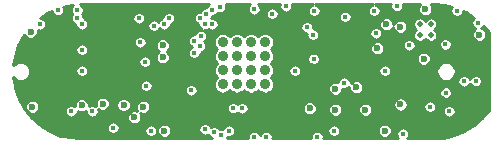
<source format=gbr>
G04 #@! TF.GenerationSoftware,KiCad,Pcbnew,5.1.10-88a1d61d58~90~ubuntu20.04.1*
G04 #@! TF.CreationDate,2021-11-22T21:12:46+01:00*
G04 #@! TF.ProjectId,nRF52832_qfaa,6e524635-3238-4333-925f-716661612e6b,rev?*
G04 #@! TF.SameCoordinates,Original*
G04 #@! TF.FileFunction,Copper,L3,Inr*
G04 #@! TF.FilePolarity,Positive*
%FSLAX45Y45*%
G04 Gerber Fmt 4.5, Leading zero omitted, Abs format (unit mm)*
G04 Created by KiCad (PCBNEW 5.1.10-88a1d61d58~90~ubuntu20.04.1) date 2021-11-22 21:12:46*
%MOMM*%
%LPD*%
G01*
G04 APERTURE LIST*
G04 #@! TA.AperFunction,ComponentPad*
%ADD10C,0.500000*%
G04 #@! TD*
G04 #@! TA.AperFunction,ComponentPad*
%ADD11C,0.908000*%
G04 #@! TD*
G04 #@! TA.AperFunction,ViaPad*
%ADD12C,0.600000*%
G04 #@! TD*
G04 #@! TA.AperFunction,ViaPad*
%ADD13C,0.450000*%
G04 #@! TD*
G04 #@! TA.AperFunction,Conductor*
%ADD14C,0.400000*%
G04 #@! TD*
G04 #@! TA.AperFunction,Conductor*
%ADD15C,0.220000*%
G04 #@! TD*
G04 #@! TA.AperFunction,Conductor*
%ADD16C,0.100000*%
G04 #@! TD*
G04 APERTURE END LIST*
D10*
X6473080Y-3227960D03*
X6473080Y-3132960D03*
X6568080Y-3227960D03*
X6568080Y-3132960D03*
D11*
X5165080Y-3644560D03*
X5165080Y-3524560D03*
X5165080Y-3404560D03*
X5165080Y-3284560D03*
X5045080Y-3644560D03*
X5045080Y-3524560D03*
X5045080Y-3404560D03*
X5045080Y-3284560D03*
X4925080Y-3644560D03*
X4925080Y-3524560D03*
X4925080Y-3404560D03*
X4925080Y-3284560D03*
X4805080Y-3644560D03*
X4805080Y-3524560D03*
X4805080Y-3404560D03*
X4805080Y-3284560D03*
D12*
X6977380Y-3223260D03*
X4297680Y-3413760D03*
X4297680Y-3312160D03*
X5758180Y-3858260D03*
X5935980Y-3667760D03*
X5542280Y-3845560D03*
X4310380Y-4036060D03*
X3192780Y-3832860D03*
X5758180Y-3680460D03*
D13*
X4612107Y-3080487D03*
X4564451Y-3274131D03*
X4538980Y-3693160D03*
X4564309Y-3375589D03*
X4157980Y-3655060D03*
X4145280Y-3451860D03*
D12*
X3180080Y-3197860D03*
X4132580Y-3832860D03*
D13*
X4653280Y-4023360D03*
X4094480Y-3083560D03*
X4348480Y-3083560D03*
X4310380Y-3134360D03*
X4221480Y-3147060D03*
X3611880Y-3134360D03*
X3256280Y-3134360D03*
X3611880Y-3350260D03*
X3611880Y-3528060D03*
X6786880Y-3020060D03*
X6964680Y-3121660D03*
X3700780Y-3870960D03*
X3522980Y-3870960D03*
X3878580Y-4010660D03*
X4196080Y-4036060D03*
X6278880Y-2980960D03*
X5339080Y-2981965D03*
X5580380Y-3020060D03*
X4107180Y-3286760D03*
X6177280Y-3528060D03*
X6558280Y-3832860D03*
X6329681Y-4061460D03*
X5605780Y-4087763D03*
X5072380Y-4087763D03*
X5173980Y-4087763D03*
X6723380Y-3870960D03*
X6384681Y-3312160D03*
X6101080Y-3210560D03*
D12*
X6570980Y-4036060D03*
X6634480Y-4036060D03*
X4678680Y-3743960D03*
X3345180Y-3997960D03*
X3180080Y-3337560D03*
D13*
X4894580Y-3906760D03*
X5186680Y-3858260D03*
X5427980Y-3070860D03*
X6118480Y-3612260D03*
X6482080Y-3883660D03*
D12*
X3789680Y-3807460D03*
D13*
X4894580Y-3845560D03*
X4614380Y-3321790D03*
X4618380Y-3233560D03*
X4653280Y-3134360D03*
X4716780Y-3134360D03*
D12*
X6520180Y-3007360D03*
X6189980Y-3134360D03*
D13*
X5834380Y-3629660D03*
X5574379Y-3426460D03*
X6088380Y-3020060D03*
X5567680Y-3223260D03*
X5844148Y-3070860D03*
X5516880Y-3159760D03*
X3573780Y-3013640D03*
X4716780Y-3012313D03*
X3409080Y-3013974D03*
X4780280Y-2987759D03*
X3573780Y-3083560D03*
X4665980Y-3045460D03*
X6946280Y-3616960D03*
X6846580Y-3616960D03*
X6691806Y-3305635D03*
D12*
X6507480Y-3426460D03*
X4056381Y-3921760D03*
X6307867Y-3155460D03*
D13*
X5072380Y-3007360D03*
X5224780Y-3045460D03*
D12*
X6310630Y-3813810D03*
D13*
X6692286Y-3712575D03*
D12*
X6012180Y-3858259D03*
D13*
X4729480Y-4048760D03*
D12*
X3967288Y-3818769D03*
X6177280Y-4036060D03*
D13*
X4792980Y-4074160D03*
D12*
X6113780Y-3337560D03*
D13*
X5415280Y-3528060D03*
X4856480Y-4036060D03*
X5745480Y-4036060D03*
D12*
X3611880Y-3820160D03*
D13*
X4970780Y-3845560D03*
D14*
X6570980Y-4036060D02*
X6436680Y-4036060D01*
X6436680Y-4036060D02*
X6319680Y-3919060D01*
X3345180Y-3502660D02*
X3180080Y-3337560D01*
X3345180Y-3997960D02*
X3345180Y-3502660D01*
X4678680Y-3814760D02*
X4678680Y-3743960D01*
X4791480Y-3927560D02*
X4678680Y-3814760D01*
X6278880Y-3959860D02*
X6319680Y-3919060D01*
X5199380Y-3959860D02*
X6278880Y-3959860D01*
X5151777Y-3912257D02*
X5199380Y-3959860D01*
X4807180Y-3911860D02*
X5152175Y-3911860D01*
X5152175Y-3911860D02*
X5151777Y-3912257D01*
X4791480Y-3927560D02*
X4807180Y-3911860D01*
X4768380Y-3904460D02*
X4791480Y-3927560D01*
X4195280Y-3904460D02*
X4768380Y-3904460D01*
X4025580Y-4074160D02*
X4195280Y-3904460D01*
X3439070Y-4073540D02*
X3441306Y-4074160D01*
X3441306Y-4074160D02*
X4025580Y-4074160D01*
X3425215Y-4069313D02*
X3439070Y-4073540D01*
X3412189Y-4064969D02*
X3425215Y-4069313D01*
X3345180Y-3997960D02*
X3412189Y-4064969D01*
X6066654Y-3612260D02*
X5525254Y-3070860D01*
X5525254Y-3070860D02*
X5427980Y-3070860D01*
X6118480Y-3612260D02*
X6066654Y-3612260D01*
X6177280Y-3776660D02*
X6177280Y-3671060D01*
X6177280Y-3671060D02*
X6118480Y-3612260D01*
X6319680Y-3919060D02*
X6177280Y-3776660D01*
D15*
X4682676Y-2970757D02*
X4675224Y-2978209D01*
X4669369Y-2986972D01*
X4667303Y-2991960D01*
X4660711Y-2991960D01*
X4650375Y-2994016D01*
X4640638Y-2998049D01*
X4631876Y-3003904D01*
X4624424Y-3011356D01*
X4618569Y-3020118D01*
X4615724Y-3026987D01*
X4606838Y-3026987D01*
X4596502Y-3029043D01*
X4586766Y-3033076D01*
X4578003Y-3038931D01*
X4570551Y-3046383D01*
X4564696Y-3055145D01*
X4560663Y-3064882D01*
X4558607Y-3075218D01*
X4558607Y-3085757D01*
X4560663Y-3096093D01*
X4564696Y-3105829D01*
X4570551Y-3114592D01*
X4578003Y-3122043D01*
X4586766Y-3127898D01*
X4596502Y-3131931D01*
X4599780Y-3132583D01*
X4599780Y-3139629D01*
X4601836Y-3149965D01*
X4605869Y-3159702D01*
X4611724Y-3168464D01*
X4619176Y-3175916D01*
X4626110Y-3180549D01*
X4623650Y-3180060D01*
X4613111Y-3180060D01*
X4602775Y-3182116D01*
X4593038Y-3186149D01*
X4584276Y-3192004D01*
X4576824Y-3199456D01*
X4570969Y-3208218D01*
X4566936Y-3217954D01*
X4566404Y-3220631D01*
X4559181Y-3220631D01*
X4548845Y-3222686D01*
X4539109Y-3226719D01*
X4530346Y-3232574D01*
X4522894Y-3240026D01*
X4517040Y-3248789D01*
X4513007Y-3258525D01*
X4510951Y-3268861D01*
X4510951Y-3279400D01*
X4513007Y-3289736D01*
X4517040Y-3299472D01*
X4522894Y-3308235D01*
X4530346Y-3315687D01*
X4539109Y-3321542D01*
X4547049Y-3324831D01*
X4538968Y-3328178D01*
X4530205Y-3334033D01*
X4522753Y-3341485D01*
X4516898Y-3350248D01*
X4512865Y-3359984D01*
X4510809Y-3370320D01*
X4510809Y-3380859D01*
X4512865Y-3391195D01*
X4516898Y-3400931D01*
X4522753Y-3409694D01*
X4530205Y-3417146D01*
X4538968Y-3423000D01*
X4548704Y-3427033D01*
X4559040Y-3429089D01*
X4569579Y-3429089D01*
X4579915Y-3427033D01*
X4589651Y-3423000D01*
X4598414Y-3417146D01*
X4605866Y-3409694D01*
X4611721Y-3400931D01*
X4615754Y-3391195D01*
X4617809Y-3380859D01*
X4617809Y-3375290D01*
X4619649Y-3375290D01*
X4629985Y-3373234D01*
X4639722Y-3369201D01*
X4648484Y-3363346D01*
X4655936Y-3355894D01*
X4661791Y-3347132D01*
X4665824Y-3337395D01*
X4667880Y-3327059D01*
X4667880Y-3316520D01*
X4665824Y-3306184D01*
X4661791Y-3296448D01*
X4655936Y-3287685D01*
X4648484Y-3280234D01*
X4646655Y-3279011D01*
X4649612Y-3277035D01*
X4728680Y-3277035D01*
X4728680Y-3292085D01*
X4731616Y-3306845D01*
X4737375Y-3320749D01*
X4745736Y-3333262D01*
X4756378Y-3343904D01*
X4757360Y-3344560D01*
X4756378Y-3345216D01*
X4745736Y-3355858D01*
X4737375Y-3368371D01*
X4731616Y-3382275D01*
X4728680Y-3397035D01*
X4728680Y-3412085D01*
X4731616Y-3426845D01*
X4737375Y-3440749D01*
X4745736Y-3453262D01*
X4756378Y-3463904D01*
X4757360Y-3464560D01*
X4756378Y-3465216D01*
X4745736Y-3475858D01*
X4737375Y-3488371D01*
X4731616Y-3502275D01*
X4728680Y-3517035D01*
X4728680Y-3532085D01*
X4731616Y-3546845D01*
X4737375Y-3560749D01*
X4745736Y-3573262D01*
X4756378Y-3583904D01*
X4757360Y-3584560D01*
X4756378Y-3585216D01*
X4745736Y-3595858D01*
X4737375Y-3608371D01*
X4731616Y-3622275D01*
X4728680Y-3637035D01*
X4728680Y-3652085D01*
X4731616Y-3666845D01*
X4737375Y-3680749D01*
X4745736Y-3693262D01*
X4756378Y-3703904D01*
X4768891Y-3712265D01*
X4782795Y-3718024D01*
X4797555Y-3720960D01*
X4812605Y-3720960D01*
X4827365Y-3718024D01*
X4841269Y-3712265D01*
X4853782Y-3703904D01*
X4864424Y-3693262D01*
X4865080Y-3692280D01*
X4865736Y-3693262D01*
X4876378Y-3703904D01*
X4888891Y-3712265D01*
X4902795Y-3718024D01*
X4917555Y-3720960D01*
X4932605Y-3720960D01*
X4947365Y-3718024D01*
X4961269Y-3712265D01*
X4973782Y-3703904D01*
X4984424Y-3693262D01*
X4985080Y-3692280D01*
X4985736Y-3693262D01*
X4996378Y-3703904D01*
X5008891Y-3712265D01*
X5022795Y-3718024D01*
X5037555Y-3720960D01*
X5052605Y-3720960D01*
X5067365Y-3718024D01*
X5081269Y-3712265D01*
X5093782Y-3703904D01*
X5104424Y-3693262D01*
X5105080Y-3692280D01*
X5105736Y-3693262D01*
X5116378Y-3703904D01*
X5128891Y-3712265D01*
X5142795Y-3718024D01*
X5157555Y-3720960D01*
X5172605Y-3720960D01*
X5187365Y-3718024D01*
X5201269Y-3712265D01*
X5213782Y-3703904D01*
X5224424Y-3693262D01*
X5232785Y-3680749D01*
X5235393Y-3674452D01*
X5697180Y-3674452D01*
X5697180Y-3686468D01*
X5699524Y-3698253D01*
X5704122Y-3709354D01*
X5710798Y-3719345D01*
X5719295Y-3727842D01*
X5729286Y-3734517D01*
X5740387Y-3739116D01*
X5752172Y-3741460D01*
X5764188Y-3741460D01*
X5775973Y-3739116D01*
X5787074Y-3734517D01*
X5797065Y-3727842D01*
X5805562Y-3719345D01*
X5812237Y-3709354D01*
X5816836Y-3698253D01*
X5819180Y-3686468D01*
X5819180Y-3681185D01*
X5829111Y-3683160D01*
X5839649Y-3683160D01*
X5849985Y-3681104D01*
X5859722Y-3677071D01*
X5868484Y-3671216D01*
X5874980Y-3664720D01*
X5874980Y-3673768D01*
X5877324Y-3685553D01*
X5881922Y-3696654D01*
X5888598Y-3706645D01*
X5897095Y-3715142D01*
X5907086Y-3721817D01*
X5918187Y-3726416D01*
X5929972Y-3728760D01*
X5941988Y-3728760D01*
X5953773Y-3726416D01*
X5964874Y-3721817D01*
X5974865Y-3715142D01*
X5982701Y-3707306D01*
X6638786Y-3707306D01*
X6638786Y-3717845D01*
X6640841Y-3728181D01*
X6644874Y-3737917D01*
X6650729Y-3746680D01*
X6658181Y-3754132D01*
X6666944Y-3759987D01*
X6676680Y-3764020D01*
X6687016Y-3766075D01*
X6697555Y-3766075D01*
X6707891Y-3764020D01*
X6717627Y-3759987D01*
X6726390Y-3754132D01*
X6733842Y-3746680D01*
X6739697Y-3737917D01*
X6743730Y-3728181D01*
X6745786Y-3717845D01*
X6745786Y-3707306D01*
X6743730Y-3696970D01*
X6739697Y-3687234D01*
X6733842Y-3678471D01*
X6726390Y-3671019D01*
X6717627Y-3665164D01*
X6707891Y-3661131D01*
X6697555Y-3659075D01*
X6687016Y-3659075D01*
X6676680Y-3661131D01*
X6666944Y-3665164D01*
X6658181Y-3671019D01*
X6650729Y-3678471D01*
X6644874Y-3687234D01*
X6640841Y-3696970D01*
X6638786Y-3707306D01*
X5982701Y-3707306D01*
X5983362Y-3706645D01*
X5990037Y-3696654D01*
X5994636Y-3685553D01*
X5996980Y-3673768D01*
X5996980Y-3661752D01*
X5994636Y-3649967D01*
X5990037Y-3638866D01*
X5983362Y-3628875D01*
X5974865Y-3620378D01*
X5964874Y-3613702D01*
X5953773Y-3609104D01*
X5941988Y-3606760D01*
X5929972Y-3606760D01*
X5918187Y-3609104D01*
X5907086Y-3613702D01*
X5897095Y-3620378D01*
X5888598Y-3628875D01*
X5887880Y-3629950D01*
X5887880Y-3624391D01*
X5885824Y-3614055D01*
X5881791Y-3604318D01*
X5875936Y-3595556D01*
X5868484Y-3588104D01*
X5859722Y-3582249D01*
X5849985Y-3578216D01*
X5839649Y-3576160D01*
X5829111Y-3576160D01*
X5818775Y-3578216D01*
X5809038Y-3582249D01*
X5800276Y-3588104D01*
X5792824Y-3595556D01*
X5786969Y-3604318D01*
X5782936Y-3614055D01*
X5780982Y-3623879D01*
X5775973Y-3621804D01*
X5764188Y-3619460D01*
X5752172Y-3619460D01*
X5740387Y-3621804D01*
X5729286Y-3626402D01*
X5719295Y-3633078D01*
X5710798Y-3641575D01*
X5704122Y-3651566D01*
X5699524Y-3662667D01*
X5697180Y-3674452D01*
X5235393Y-3674452D01*
X5238544Y-3666845D01*
X5241480Y-3652085D01*
X5241480Y-3637035D01*
X5238544Y-3622275D01*
X5232785Y-3608371D01*
X5224424Y-3595858D01*
X5213782Y-3585216D01*
X5212800Y-3584560D01*
X5213782Y-3583904D01*
X5224424Y-3573262D01*
X5232785Y-3560749D01*
X5238544Y-3546845D01*
X5241480Y-3532085D01*
X5241480Y-3522790D01*
X5361780Y-3522790D01*
X5361780Y-3533329D01*
X5363836Y-3543665D01*
X5367869Y-3553401D01*
X5373724Y-3562164D01*
X5381176Y-3569616D01*
X5389938Y-3575471D01*
X5399675Y-3579504D01*
X5410011Y-3581560D01*
X5420549Y-3581560D01*
X5430885Y-3579504D01*
X5440622Y-3575471D01*
X5449384Y-3569616D01*
X5456836Y-3562164D01*
X5462691Y-3553401D01*
X5466724Y-3543665D01*
X5468780Y-3533329D01*
X5468780Y-3522791D01*
X6123780Y-3522791D01*
X6123780Y-3533329D01*
X6125836Y-3543665D01*
X6129869Y-3553402D01*
X6135724Y-3562164D01*
X6143176Y-3569616D01*
X6151938Y-3575471D01*
X6161675Y-3579504D01*
X6172011Y-3581560D01*
X6182549Y-3581560D01*
X6192885Y-3579504D01*
X6202622Y-3575471D01*
X6211384Y-3569616D01*
X6218836Y-3562164D01*
X6224691Y-3553402D01*
X6228724Y-3543665D01*
X6230780Y-3533329D01*
X6230780Y-3525482D01*
X6615280Y-3525482D01*
X6615280Y-3541438D01*
X6618393Y-3557087D01*
X6624499Y-3571828D01*
X6633363Y-3585094D01*
X6644645Y-3596377D01*
X6657912Y-3605241D01*
X6672653Y-3611347D01*
X6688302Y-3614460D01*
X6704258Y-3614460D01*
X6718180Y-3611691D01*
X6793080Y-3611691D01*
X6793080Y-3622229D01*
X6795136Y-3632565D01*
X6799169Y-3642302D01*
X6805024Y-3651064D01*
X6812476Y-3658516D01*
X6821238Y-3664371D01*
X6830975Y-3668404D01*
X6841311Y-3670460D01*
X6851849Y-3670460D01*
X6862185Y-3668404D01*
X6871922Y-3664371D01*
X6880684Y-3658516D01*
X6888136Y-3651064D01*
X6893991Y-3642302D01*
X6896430Y-3636414D01*
X6898869Y-3642302D01*
X6904724Y-3651064D01*
X6912176Y-3658516D01*
X6920938Y-3664371D01*
X6930675Y-3668404D01*
X6941011Y-3670460D01*
X6951549Y-3670460D01*
X6961885Y-3668404D01*
X6971622Y-3664371D01*
X6980384Y-3658516D01*
X6987836Y-3651064D01*
X6993691Y-3642302D01*
X6997724Y-3632565D01*
X6999780Y-3622229D01*
X6999780Y-3611691D01*
X6997724Y-3601355D01*
X6993691Y-3591618D01*
X6987836Y-3582856D01*
X6980384Y-3575404D01*
X6971622Y-3569549D01*
X6961885Y-3565516D01*
X6951549Y-3563460D01*
X6941011Y-3563460D01*
X6930675Y-3565516D01*
X6920938Y-3569549D01*
X6912176Y-3575404D01*
X6904724Y-3582856D01*
X6898869Y-3591618D01*
X6896430Y-3597506D01*
X6893991Y-3591618D01*
X6888136Y-3582856D01*
X6880684Y-3575404D01*
X6871922Y-3569549D01*
X6862185Y-3565516D01*
X6851849Y-3563460D01*
X6841311Y-3563460D01*
X6830975Y-3565516D01*
X6821238Y-3569549D01*
X6812476Y-3575404D01*
X6805024Y-3582856D01*
X6799169Y-3591618D01*
X6795136Y-3601355D01*
X6793080Y-3611691D01*
X6718180Y-3611691D01*
X6719907Y-3611347D01*
X6734648Y-3605241D01*
X6747914Y-3596377D01*
X6759197Y-3585094D01*
X6768061Y-3571828D01*
X6774167Y-3557087D01*
X6777280Y-3541438D01*
X6777280Y-3525482D01*
X6774167Y-3509833D01*
X6768061Y-3495092D01*
X6759197Y-3481825D01*
X6747914Y-3470543D01*
X6734648Y-3461679D01*
X6719907Y-3455573D01*
X6704258Y-3452460D01*
X6688302Y-3452460D01*
X6672653Y-3455573D01*
X6657912Y-3461679D01*
X6644645Y-3470543D01*
X6633363Y-3481825D01*
X6624499Y-3495092D01*
X6618393Y-3509833D01*
X6615280Y-3525482D01*
X6230780Y-3525482D01*
X6230780Y-3522791D01*
X6228724Y-3512455D01*
X6224691Y-3502718D01*
X6218836Y-3493956D01*
X6211384Y-3486504D01*
X6202622Y-3480649D01*
X6192885Y-3476616D01*
X6182549Y-3474560D01*
X6172011Y-3474560D01*
X6161675Y-3476616D01*
X6151938Y-3480649D01*
X6143176Y-3486504D01*
X6135724Y-3493956D01*
X6129869Y-3502718D01*
X6125836Y-3512455D01*
X6123780Y-3522791D01*
X5468780Y-3522791D01*
X5468780Y-3522790D01*
X5466724Y-3512454D01*
X5462691Y-3502718D01*
X5456836Y-3493955D01*
X5449384Y-3486503D01*
X5440622Y-3480648D01*
X5430885Y-3476615D01*
X5420549Y-3474560D01*
X5410011Y-3474560D01*
X5399675Y-3476615D01*
X5389938Y-3480648D01*
X5381176Y-3486503D01*
X5373724Y-3493955D01*
X5367869Y-3502718D01*
X5363836Y-3512454D01*
X5361780Y-3522790D01*
X5241480Y-3522790D01*
X5241480Y-3517035D01*
X5238544Y-3502275D01*
X5232785Y-3488371D01*
X5224424Y-3475858D01*
X5213782Y-3465216D01*
X5212800Y-3464560D01*
X5213782Y-3463904D01*
X5224424Y-3453262D01*
X5232785Y-3440749D01*
X5238544Y-3426845D01*
X5239669Y-3421191D01*
X5520879Y-3421191D01*
X5520879Y-3431729D01*
X5522935Y-3442065D01*
X5526968Y-3451802D01*
X5532823Y-3460564D01*
X5540275Y-3468016D01*
X5549037Y-3473871D01*
X5558773Y-3477904D01*
X5569110Y-3479960D01*
X5579648Y-3479960D01*
X5589984Y-3477904D01*
X5599721Y-3473871D01*
X5608483Y-3468016D01*
X5615935Y-3460564D01*
X5621790Y-3451802D01*
X5625823Y-3442065D01*
X5627879Y-3431729D01*
X5627879Y-3421191D01*
X5627732Y-3420452D01*
X6446480Y-3420452D01*
X6446480Y-3432468D01*
X6448824Y-3444253D01*
X6453422Y-3455354D01*
X6460098Y-3465345D01*
X6468595Y-3473842D01*
X6478586Y-3480517D01*
X6489687Y-3485116D01*
X6501472Y-3487460D01*
X6513488Y-3487460D01*
X6525273Y-3485116D01*
X6536374Y-3480517D01*
X6546365Y-3473842D01*
X6554862Y-3465345D01*
X6561537Y-3455354D01*
X6566136Y-3444253D01*
X6568480Y-3432468D01*
X6568480Y-3420452D01*
X6566136Y-3408667D01*
X6561537Y-3397566D01*
X6554862Y-3387575D01*
X6546365Y-3379078D01*
X6536374Y-3372402D01*
X6525273Y-3367804D01*
X6513488Y-3365460D01*
X6501472Y-3365460D01*
X6489687Y-3367804D01*
X6478586Y-3372402D01*
X6468595Y-3379078D01*
X6460098Y-3387575D01*
X6453422Y-3397566D01*
X6448824Y-3408667D01*
X6446480Y-3420452D01*
X5627732Y-3420452D01*
X5625823Y-3410855D01*
X5621790Y-3401118D01*
X5615935Y-3392356D01*
X5608483Y-3384904D01*
X5599721Y-3379049D01*
X5589984Y-3375016D01*
X5579648Y-3372960D01*
X5569110Y-3372960D01*
X5558773Y-3375016D01*
X5549037Y-3379049D01*
X5540275Y-3384904D01*
X5532823Y-3392356D01*
X5526968Y-3401118D01*
X5522935Y-3410855D01*
X5520879Y-3421191D01*
X5239669Y-3421191D01*
X5241480Y-3412085D01*
X5241480Y-3397035D01*
X5238544Y-3382275D01*
X5232785Y-3368371D01*
X5224424Y-3355858D01*
X5213782Y-3345216D01*
X5212800Y-3344560D01*
X5213782Y-3343904D01*
X5224424Y-3333262D01*
X5225567Y-3331552D01*
X6052780Y-3331552D01*
X6052780Y-3343568D01*
X6055124Y-3355353D01*
X6059722Y-3366454D01*
X6066398Y-3376445D01*
X6074895Y-3384942D01*
X6084886Y-3391617D01*
X6095987Y-3396216D01*
X6107772Y-3398560D01*
X6119788Y-3398560D01*
X6131573Y-3396216D01*
X6142674Y-3391617D01*
X6152665Y-3384942D01*
X6161162Y-3376445D01*
X6167837Y-3366454D01*
X6172436Y-3355353D01*
X6174780Y-3343568D01*
X6174780Y-3331552D01*
X6172436Y-3319767D01*
X6167837Y-3308666D01*
X6166652Y-3306891D01*
X6331181Y-3306891D01*
X6331181Y-3317429D01*
X6333237Y-3327765D01*
X6337270Y-3337502D01*
X6343125Y-3346264D01*
X6350577Y-3353716D01*
X6359339Y-3359571D01*
X6369076Y-3363604D01*
X6379412Y-3365660D01*
X6389950Y-3365660D01*
X6400286Y-3363604D01*
X6410023Y-3359571D01*
X6418785Y-3353716D01*
X6426237Y-3346264D01*
X6432092Y-3337502D01*
X6436125Y-3327765D01*
X6438181Y-3317429D01*
X6438181Y-3306891D01*
X6436883Y-3300366D01*
X6638306Y-3300366D01*
X6638306Y-3310904D01*
X6640362Y-3321240D01*
X6644395Y-3330977D01*
X6650250Y-3339739D01*
X6657702Y-3347191D01*
X6666464Y-3353046D01*
X6676200Y-3357079D01*
X6686537Y-3359135D01*
X6697075Y-3359135D01*
X6707411Y-3357079D01*
X6717148Y-3353046D01*
X6725910Y-3347191D01*
X6733362Y-3339739D01*
X6739217Y-3330977D01*
X6743250Y-3321240D01*
X6745306Y-3310904D01*
X6745306Y-3300366D01*
X6743250Y-3290029D01*
X6739217Y-3280293D01*
X6733362Y-3271531D01*
X6725910Y-3264079D01*
X6717148Y-3258224D01*
X6707411Y-3254191D01*
X6697075Y-3252135D01*
X6686537Y-3252135D01*
X6676200Y-3254191D01*
X6666464Y-3258224D01*
X6657702Y-3264079D01*
X6650250Y-3271531D01*
X6644395Y-3280293D01*
X6640362Y-3290029D01*
X6638306Y-3300366D01*
X6436883Y-3300366D01*
X6436125Y-3296555D01*
X6432092Y-3286818D01*
X6426237Y-3278056D01*
X6418785Y-3270604D01*
X6410023Y-3264749D01*
X6400286Y-3260716D01*
X6389950Y-3258660D01*
X6379412Y-3258660D01*
X6369076Y-3260716D01*
X6359339Y-3264749D01*
X6350577Y-3270604D01*
X6343125Y-3278056D01*
X6337270Y-3286818D01*
X6333237Y-3296555D01*
X6331181Y-3306891D01*
X6166652Y-3306891D01*
X6161162Y-3298675D01*
X6152665Y-3290178D01*
X6142674Y-3283502D01*
X6131573Y-3278904D01*
X6119788Y-3276560D01*
X6107772Y-3276560D01*
X6095987Y-3278904D01*
X6084886Y-3283502D01*
X6074895Y-3290178D01*
X6066398Y-3298675D01*
X6059722Y-3308666D01*
X6055124Y-3319767D01*
X6052780Y-3331552D01*
X5225567Y-3331552D01*
X5232785Y-3320749D01*
X5238544Y-3306845D01*
X5241480Y-3292085D01*
X5241480Y-3277035D01*
X5238544Y-3262275D01*
X5232785Y-3248371D01*
X5224424Y-3235858D01*
X5213782Y-3225216D01*
X5201269Y-3216855D01*
X5187365Y-3211096D01*
X5172605Y-3208160D01*
X5157555Y-3208160D01*
X5142795Y-3211096D01*
X5128891Y-3216855D01*
X5116378Y-3225216D01*
X5105736Y-3235858D01*
X5105080Y-3236840D01*
X5104424Y-3235858D01*
X5093782Y-3225216D01*
X5081269Y-3216855D01*
X5067365Y-3211096D01*
X5052605Y-3208160D01*
X5037555Y-3208160D01*
X5022795Y-3211096D01*
X5008891Y-3216855D01*
X4996378Y-3225216D01*
X4985736Y-3235858D01*
X4985080Y-3236840D01*
X4984424Y-3235858D01*
X4973782Y-3225216D01*
X4961269Y-3216855D01*
X4947365Y-3211096D01*
X4932605Y-3208160D01*
X4917555Y-3208160D01*
X4902795Y-3211096D01*
X4888891Y-3216855D01*
X4876378Y-3225216D01*
X4865736Y-3235858D01*
X4865080Y-3236840D01*
X4864424Y-3235858D01*
X4853782Y-3225216D01*
X4841269Y-3216855D01*
X4827365Y-3211096D01*
X4812605Y-3208160D01*
X4797555Y-3208160D01*
X4782795Y-3211096D01*
X4768891Y-3216855D01*
X4756378Y-3225216D01*
X4745736Y-3235858D01*
X4737375Y-3248371D01*
X4731616Y-3262275D01*
X4728680Y-3277035D01*
X4649612Y-3277035D01*
X4652485Y-3275116D01*
X4659936Y-3267664D01*
X4665791Y-3258902D01*
X4669824Y-3249165D01*
X4671880Y-3238829D01*
X4671880Y-3228291D01*
X4669824Y-3217954D01*
X4665791Y-3208218D01*
X4659936Y-3199456D01*
X4652485Y-3192004D01*
X4645551Y-3187371D01*
X4648011Y-3187860D01*
X4658549Y-3187860D01*
X4668885Y-3185804D01*
X4678622Y-3181771D01*
X4685030Y-3177489D01*
X4691438Y-3181771D01*
X4701175Y-3185804D01*
X4711511Y-3187860D01*
X4722049Y-3187860D01*
X4732385Y-3185804D01*
X4742122Y-3181771D01*
X4750884Y-3175916D01*
X4758336Y-3168464D01*
X4764191Y-3159702D01*
X4766350Y-3154491D01*
X5463380Y-3154491D01*
X5463380Y-3165029D01*
X5465436Y-3175365D01*
X5469469Y-3185102D01*
X5475324Y-3193864D01*
X5482776Y-3201316D01*
X5491538Y-3207171D01*
X5501275Y-3211204D01*
X5511611Y-3213260D01*
X5515121Y-3213260D01*
X5514180Y-3217991D01*
X5514180Y-3228529D01*
X5516236Y-3238865D01*
X5520269Y-3248602D01*
X5526124Y-3257364D01*
X5533576Y-3264816D01*
X5542338Y-3270671D01*
X5552075Y-3274704D01*
X5562411Y-3276760D01*
X5572949Y-3276760D01*
X5583285Y-3274704D01*
X5593022Y-3270671D01*
X5601784Y-3264816D01*
X5609236Y-3257364D01*
X5615091Y-3248602D01*
X5619124Y-3238865D01*
X5621180Y-3228529D01*
X5621180Y-3217991D01*
X5619124Y-3207655D01*
X5618145Y-3205291D01*
X6047580Y-3205291D01*
X6047580Y-3215829D01*
X6049636Y-3226165D01*
X6053669Y-3235902D01*
X6059524Y-3244664D01*
X6066976Y-3252116D01*
X6075738Y-3257971D01*
X6085475Y-3262004D01*
X6095811Y-3264060D01*
X6106349Y-3264060D01*
X6116685Y-3262004D01*
X6126422Y-3257971D01*
X6135184Y-3252116D01*
X6142636Y-3244664D01*
X6148491Y-3235902D01*
X6152524Y-3226165D01*
X6154580Y-3215829D01*
X6154580Y-3205291D01*
X6152524Y-3194955D01*
X6148491Y-3185218D01*
X6142636Y-3176456D01*
X6135184Y-3169004D01*
X6126422Y-3163149D01*
X6116685Y-3159116D01*
X6106349Y-3157060D01*
X6095811Y-3157060D01*
X6085475Y-3159116D01*
X6075738Y-3163149D01*
X6066976Y-3169004D01*
X6059524Y-3176456D01*
X6053669Y-3185218D01*
X6049636Y-3194955D01*
X6047580Y-3205291D01*
X5618145Y-3205291D01*
X5615091Y-3197918D01*
X5609236Y-3189156D01*
X5601784Y-3181704D01*
X5593022Y-3175849D01*
X5583285Y-3171816D01*
X5572949Y-3169760D01*
X5569439Y-3169760D01*
X5570380Y-3165029D01*
X5570380Y-3154491D01*
X5568324Y-3144155D01*
X5564291Y-3134418D01*
X5560238Y-3128352D01*
X6128980Y-3128352D01*
X6128980Y-3140368D01*
X6131324Y-3152153D01*
X6135922Y-3163254D01*
X6142598Y-3173245D01*
X6151095Y-3181742D01*
X6161086Y-3188417D01*
X6172187Y-3193016D01*
X6183972Y-3195360D01*
X6195988Y-3195360D01*
X6207773Y-3193016D01*
X6218874Y-3188417D01*
X6228865Y-3181742D01*
X6237362Y-3173245D01*
X6244037Y-3163254D01*
X6246867Y-3156423D01*
X6246867Y-3161468D01*
X6249211Y-3173253D01*
X6253810Y-3184354D01*
X6260485Y-3194345D01*
X6268982Y-3202842D01*
X6278973Y-3209517D01*
X6290074Y-3214116D01*
X6301859Y-3216460D01*
X6313875Y-3216460D01*
X6325660Y-3214116D01*
X6336762Y-3209517D01*
X6346753Y-3202842D01*
X6355249Y-3194345D01*
X6361925Y-3184354D01*
X6366523Y-3173253D01*
X6368867Y-3161468D01*
X6368867Y-3149452D01*
X6366523Y-3137667D01*
X6362289Y-3127444D01*
X6417080Y-3127444D01*
X6417080Y-3138475D01*
X6419232Y-3149295D01*
X6423453Y-3159486D01*
X6429582Y-3168658D01*
X6437382Y-3176458D01*
X6443371Y-3180460D01*
X6437382Y-3184462D01*
X6429582Y-3192262D01*
X6423453Y-3201434D01*
X6419232Y-3211625D01*
X6417080Y-3222444D01*
X6417080Y-3233475D01*
X6419232Y-3244295D01*
X6423453Y-3254486D01*
X6429582Y-3263658D01*
X6437382Y-3271458D01*
X6446554Y-3277587D01*
X6456745Y-3281808D01*
X6467564Y-3283960D01*
X6478595Y-3283960D01*
X6489415Y-3281808D01*
X6499606Y-3277587D01*
X6508778Y-3271458D01*
X6516578Y-3263658D01*
X6520580Y-3257669D01*
X6524582Y-3263658D01*
X6532382Y-3271458D01*
X6541554Y-3277587D01*
X6551745Y-3281808D01*
X6562564Y-3283960D01*
X6573595Y-3283960D01*
X6584415Y-3281808D01*
X6594606Y-3277587D01*
X6603778Y-3271458D01*
X6611578Y-3263658D01*
X6617707Y-3254486D01*
X6621928Y-3244295D01*
X6624080Y-3233475D01*
X6624080Y-3222444D01*
X6621928Y-3211625D01*
X6617707Y-3201434D01*
X6611578Y-3192262D01*
X6603778Y-3184462D01*
X6597789Y-3180460D01*
X6603778Y-3176458D01*
X6611578Y-3168658D01*
X6617707Y-3159486D01*
X6621928Y-3149295D01*
X6624080Y-3138475D01*
X6624080Y-3127444D01*
X6621928Y-3116625D01*
X6617707Y-3106434D01*
X6611578Y-3097262D01*
X6603778Y-3089462D01*
X6594606Y-3083333D01*
X6584415Y-3079112D01*
X6573595Y-3076960D01*
X6562564Y-3076960D01*
X6551745Y-3079112D01*
X6541554Y-3083333D01*
X6532382Y-3089462D01*
X6524582Y-3097262D01*
X6520580Y-3103251D01*
X6516578Y-3097262D01*
X6508778Y-3089462D01*
X6499606Y-3083333D01*
X6489415Y-3079112D01*
X6478595Y-3076960D01*
X6467564Y-3076960D01*
X6456745Y-3079112D01*
X6446554Y-3083333D01*
X6437382Y-3089462D01*
X6429582Y-3097262D01*
X6423453Y-3106434D01*
X6419232Y-3116625D01*
X6417080Y-3127444D01*
X6362289Y-3127444D01*
X6361925Y-3126566D01*
X6355249Y-3116575D01*
X6346753Y-3108078D01*
X6336762Y-3101402D01*
X6325660Y-3096804D01*
X6313875Y-3094460D01*
X6301859Y-3094460D01*
X6290074Y-3096804D01*
X6278973Y-3101402D01*
X6268982Y-3108078D01*
X6260485Y-3116575D01*
X6253810Y-3126566D01*
X6250980Y-3133397D01*
X6250980Y-3128352D01*
X6248636Y-3116567D01*
X6244037Y-3105466D01*
X6237362Y-3095475D01*
X6228865Y-3086978D01*
X6218874Y-3080302D01*
X6207773Y-3075704D01*
X6195988Y-3073360D01*
X6183972Y-3073360D01*
X6172187Y-3075704D01*
X6161086Y-3080302D01*
X6151095Y-3086978D01*
X6142598Y-3095475D01*
X6135922Y-3105466D01*
X6131324Y-3116567D01*
X6128980Y-3128352D01*
X5560238Y-3128352D01*
X5558436Y-3125656D01*
X5550984Y-3118204D01*
X5542222Y-3112349D01*
X5532485Y-3108316D01*
X5522149Y-3106260D01*
X5511611Y-3106260D01*
X5501275Y-3108316D01*
X5491538Y-3112349D01*
X5482776Y-3118204D01*
X5475324Y-3125656D01*
X5469469Y-3134418D01*
X5465436Y-3144155D01*
X5463380Y-3154491D01*
X4766350Y-3154491D01*
X4768224Y-3149965D01*
X4770280Y-3139629D01*
X4770280Y-3129091D01*
X4768224Y-3118755D01*
X4764191Y-3109018D01*
X4758336Y-3100256D01*
X4750884Y-3092804D01*
X4742122Y-3086949D01*
X4732385Y-3082916D01*
X4722049Y-3080860D01*
X4711511Y-3080860D01*
X4704932Y-3082168D01*
X4707536Y-3079564D01*
X4713391Y-3070802D01*
X4715457Y-3065813D01*
X4722049Y-3065813D01*
X4732385Y-3063758D01*
X4742122Y-3059725D01*
X4750884Y-3053870D01*
X4758336Y-3046418D01*
X4763486Y-3038711D01*
X4764675Y-3039203D01*
X4775011Y-3041259D01*
X4785549Y-3041259D01*
X4795885Y-3039203D01*
X4805622Y-3035170D01*
X4814384Y-3029315D01*
X4821836Y-3021863D01*
X4827691Y-3013101D01*
X4831724Y-3003364D01*
X4833780Y-2993028D01*
X4833780Y-2982490D01*
X4831724Y-2972154D01*
X4829573Y-2966960D01*
X5037120Y-2966960D01*
X5030824Y-2973256D01*
X5024969Y-2982018D01*
X5020936Y-2991755D01*
X5018880Y-3002091D01*
X5018880Y-3012629D01*
X5020936Y-3022965D01*
X5024969Y-3032702D01*
X5030824Y-3041464D01*
X5038276Y-3048916D01*
X5047038Y-3054771D01*
X5056775Y-3058804D01*
X5067111Y-3060860D01*
X5077649Y-3060860D01*
X5087985Y-3058804D01*
X5097722Y-3054771D01*
X5106484Y-3048916D01*
X5113936Y-3041464D01*
X5114787Y-3040191D01*
X5171280Y-3040191D01*
X5171280Y-3050729D01*
X5173336Y-3061065D01*
X5177369Y-3070802D01*
X5183224Y-3079564D01*
X5190676Y-3087016D01*
X5199438Y-3092871D01*
X5209175Y-3096904D01*
X5219511Y-3098960D01*
X5230049Y-3098960D01*
X5240385Y-3096904D01*
X5250122Y-3092871D01*
X5258884Y-3087016D01*
X5266336Y-3079564D01*
X5272191Y-3070802D01*
X5276224Y-3061065D01*
X5278280Y-3050729D01*
X5278280Y-3040191D01*
X5276224Y-3029855D01*
X5272191Y-3020118D01*
X5266336Y-3011356D01*
X5258884Y-3003904D01*
X5250122Y-2998049D01*
X5240385Y-2994016D01*
X5230049Y-2991960D01*
X5219511Y-2991960D01*
X5209175Y-2994016D01*
X5199438Y-2998049D01*
X5190676Y-3003904D01*
X5183224Y-3011356D01*
X5177369Y-3020118D01*
X5173336Y-3029855D01*
X5171280Y-3040191D01*
X5114787Y-3040191D01*
X5119791Y-3032702D01*
X5123824Y-3022965D01*
X5125880Y-3012629D01*
X5125880Y-3002091D01*
X5123824Y-2991755D01*
X5119791Y-2982018D01*
X5113936Y-2973256D01*
X5107641Y-2966960D01*
X5287516Y-2966960D01*
X5285580Y-2976695D01*
X5285580Y-2987234D01*
X5287636Y-2997570D01*
X5291669Y-3007306D01*
X5297524Y-3016069D01*
X5304976Y-3023521D01*
X5313738Y-3029376D01*
X5323475Y-3033409D01*
X5333811Y-3035465D01*
X5344349Y-3035465D01*
X5354685Y-3033409D01*
X5364422Y-3029376D01*
X5373184Y-3023521D01*
X5380636Y-3016069D01*
X5386491Y-3007306D01*
X5390524Y-2997570D01*
X5392580Y-2987234D01*
X5392580Y-2976695D01*
X5390644Y-2966960D01*
X5573100Y-2966960D01*
X5564775Y-2968616D01*
X5555038Y-2972649D01*
X5546276Y-2978504D01*
X5538824Y-2985956D01*
X5532969Y-2994718D01*
X5528936Y-3004455D01*
X5526880Y-3014791D01*
X5526880Y-3025329D01*
X5528936Y-3035665D01*
X5532969Y-3045402D01*
X5538824Y-3054164D01*
X5546276Y-3061616D01*
X5555038Y-3067471D01*
X5564775Y-3071504D01*
X5575111Y-3073560D01*
X5585649Y-3073560D01*
X5595985Y-3071504D01*
X5605722Y-3067471D01*
X5608536Y-3065591D01*
X5790648Y-3065591D01*
X5790648Y-3076129D01*
X5792704Y-3086465D01*
X5796737Y-3096202D01*
X5802592Y-3104964D01*
X5810044Y-3112416D01*
X5818807Y-3118271D01*
X5828543Y-3122304D01*
X5838879Y-3124360D01*
X5849418Y-3124360D01*
X5859754Y-3122304D01*
X5869490Y-3118271D01*
X5878253Y-3112416D01*
X5885705Y-3104964D01*
X5891560Y-3096202D01*
X5895593Y-3086465D01*
X5897648Y-3076129D01*
X5897648Y-3065591D01*
X5895593Y-3055255D01*
X5891560Y-3045518D01*
X5885705Y-3036756D01*
X5878253Y-3029304D01*
X5869490Y-3023449D01*
X5859754Y-3019416D01*
X5849418Y-3017360D01*
X5838879Y-3017360D01*
X5828543Y-3019416D01*
X5818807Y-3023449D01*
X5810044Y-3029304D01*
X5802592Y-3036756D01*
X5796737Y-3045518D01*
X5792704Y-3055255D01*
X5790648Y-3065591D01*
X5608536Y-3065591D01*
X5614484Y-3061616D01*
X5621936Y-3054164D01*
X5627791Y-3045402D01*
X5631824Y-3035665D01*
X5633880Y-3025329D01*
X5633880Y-3014791D01*
X5631824Y-3004455D01*
X5627791Y-2994718D01*
X5621936Y-2985956D01*
X5614484Y-2978504D01*
X5605722Y-2972649D01*
X5595985Y-2968616D01*
X5587660Y-2966960D01*
X6081100Y-2966960D01*
X6072775Y-2968616D01*
X6063038Y-2972649D01*
X6054276Y-2978504D01*
X6046824Y-2985956D01*
X6040969Y-2994718D01*
X6036936Y-3004455D01*
X6034880Y-3014791D01*
X6034880Y-3025329D01*
X6036936Y-3035665D01*
X6040969Y-3045402D01*
X6046824Y-3054164D01*
X6054276Y-3061616D01*
X6063038Y-3067471D01*
X6072775Y-3071504D01*
X6083111Y-3073560D01*
X6093649Y-3073560D01*
X6103985Y-3071504D01*
X6113722Y-3067471D01*
X6122484Y-3061616D01*
X6129936Y-3054164D01*
X6135791Y-3045402D01*
X6139824Y-3035665D01*
X6141880Y-3025329D01*
X6141880Y-3014791D01*
X6139824Y-3004455D01*
X6135791Y-2994718D01*
X6129936Y-2985956D01*
X6122484Y-2978504D01*
X6113722Y-2972649D01*
X6103985Y-2968616D01*
X6095660Y-2966960D01*
X6227117Y-2966960D01*
X6225380Y-2975691D01*
X6225380Y-2986229D01*
X6227436Y-2996565D01*
X6231469Y-3006302D01*
X6237324Y-3015064D01*
X6244776Y-3022516D01*
X6253538Y-3028371D01*
X6263275Y-3032404D01*
X6273611Y-3034460D01*
X6284149Y-3034460D01*
X6294485Y-3032404D01*
X6304222Y-3028371D01*
X6312984Y-3022516D01*
X6320436Y-3015064D01*
X6326291Y-3006302D01*
X6330324Y-2996565D01*
X6332380Y-2986229D01*
X6332380Y-2975691D01*
X6330643Y-2966960D01*
X6474313Y-2966960D01*
X6472798Y-2968475D01*
X6466122Y-2978466D01*
X6461524Y-2989567D01*
X6459180Y-3001352D01*
X6459180Y-3013368D01*
X6461524Y-3025153D01*
X6466122Y-3036254D01*
X6472798Y-3046245D01*
X6481295Y-3054742D01*
X6491286Y-3061417D01*
X6502387Y-3066016D01*
X6514172Y-3068360D01*
X6526188Y-3068360D01*
X6537973Y-3066016D01*
X6549074Y-3061417D01*
X6559065Y-3054742D01*
X6567562Y-3046245D01*
X6574237Y-3036254D01*
X6578836Y-3025153D01*
X6581180Y-3013368D01*
X6581180Y-3001352D01*
X6578836Y-2989567D01*
X6574237Y-2978466D01*
X6567562Y-2968475D01*
X6566047Y-2966960D01*
X6594905Y-2966960D01*
X6688785Y-2974678D01*
X6743651Y-2988459D01*
X6739469Y-2994718D01*
X6735436Y-3004455D01*
X6733380Y-3014791D01*
X6733380Y-3025329D01*
X6735436Y-3035665D01*
X6739469Y-3045402D01*
X6745324Y-3054164D01*
X6752776Y-3061616D01*
X6761538Y-3067471D01*
X6771275Y-3071504D01*
X6781611Y-3073560D01*
X6792149Y-3073560D01*
X6802485Y-3071504D01*
X6812222Y-3067471D01*
X6820984Y-3061616D01*
X6828436Y-3054164D01*
X6834291Y-3045402D01*
X6838324Y-3035665D01*
X6840380Y-3025329D01*
X6840380Y-3024063D01*
X6863926Y-3034301D01*
X6932618Y-3078739D01*
X6930576Y-3080104D01*
X6923124Y-3087556D01*
X6917269Y-3096318D01*
X6913236Y-3106055D01*
X6911180Y-3116391D01*
X6911180Y-3126929D01*
X6913236Y-3137265D01*
X6917269Y-3147002D01*
X6923124Y-3155764D01*
X6930576Y-3163216D01*
X6939338Y-3169071D01*
X6945106Y-3171460D01*
X6938495Y-3175878D01*
X6929998Y-3184375D01*
X6923322Y-3194366D01*
X6918724Y-3205467D01*
X6916380Y-3217252D01*
X6916380Y-3229268D01*
X6918724Y-3241053D01*
X6923322Y-3252154D01*
X6929998Y-3262145D01*
X6938495Y-3270642D01*
X6948486Y-3277317D01*
X6959587Y-3281916D01*
X6971372Y-3284260D01*
X6983388Y-3284260D01*
X6995173Y-3281916D01*
X7006274Y-3277317D01*
X7016265Y-3270642D01*
X7024762Y-3262145D01*
X7031437Y-3252154D01*
X7036036Y-3241053D01*
X7038380Y-3229268D01*
X7038380Y-3217252D01*
X7036036Y-3205467D01*
X7031437Y-3194366D01*
X7024762Y-3184375D01*
X7016265Y-3175878D01*
X7006274Y-3169202D01*
X6996120Y-3164996D01*
X6998784Y-3163216D01*
X7006236Y-3155764D01*
X7011327Y-3148146D01*
X7056502Y-3203940D01*
X7062780Y-3236646D01*
X7062780Y-3331815D01*
X7062780Y-3331815D01*
X7062780Y-3731814D01*
X7062780Y-3731815D01*
X7062780Y-3830273D01*
X7056543Y-3862767D01*
X7001003Y-3929684D01*
X6930855Y-3990465D01*
X6851721Y-4038973D01*
X6765728Y-4073906D01*
X6674984Y-4094369D01*
X6595109Y-4099960D01*
X6366841Y-4099960D01*
X6371237Y-4095564D01*
X6377092Y-4086802D01*
X6381125Y-4077065D01*
X6383181Y-4066729D01*
X6383181Y-4056191D01*
X6381125Y-4045855D01*
X6377092Y-4036118D01*
X6371237Y-4027356D01*
X6363785Y-4019904D01*
X6355023Y-4014049D01*
X6345286Y-4010016D01*
X6334950Y-4007960D01*
X6324412Y-4007960D01*
X6314076Y-4010016D01*
X6304339Y-4014049D01*
X6295577Y-4019904D01*
X6288125Y-4027356D01*
X6282270Y-4036118D01*
X6278237Y-4045855D01*
X6276181Y-4056191D01*
X6276181Y-4066729D01*
X6278237Y-4077065D01*
X6282270Y-4086802D01*
X6288125Y-4095564D01*
X6292520Y-4099960D01*
X5657902Y-4099960D01*
X5659280Y-4093032D01*
X5659280Y-4082494D01*
X5657224Y-4072158D01*
X5653191Y-4062421D01*
X5647336Y-4053659D01*
X5639884Y-4046207D01*
X5631122Y-4040352D01*
X5621385Y-4036319D01*
X5611049Y-4034263D01*
X5600511Y-4034263D01*
X5590175Y-4036319D01*
X5580438Y-4040352D01*
X5571676Y-4046207D01*
X5564224Y-4053659D01*
X5558369Y-4062421D01*
X5554336Y-4072158D01*
X5552280Y-4082494D01*
X5552280Y-4093032D01*
X5553658Y-4099960D01*
X5226102Y-4099960D01*
X5227480Y-4093032D01*
X5227480Y-4082494D01*
X5225424Y-4072158D01*
X5221391Y-4062421D01*
X5215536Y-4053659D01*
X5208084Y-4046207D01*
X5199322Y-4040352D01*
X5189585Y-4036319D01*
X5179249Y-4034263D01*
X5168711Y-4034263D01*
X5158375Y-4036319D01*
X5148638Y-4040352D01*
X5139876Y-4046207D01*
X5132424Y-4053659D01*
X5126569Y-4062421D01*
X5123180Y-4070603D01*
X5119791Y-4062421D01*
X5113936Y-4053659D01*
X5106484Y-4046207D01*
X5097722Y-4040352D01*
X5087985Y-4036319D01*
X5077649Y-4034263D01*
X5067111Y-4034263D01*
X5056775Y-4036319D01*
X5047038Y-4040352D01*
X5038276Y-4046207D01*
X5030824Y-4053659D01*
X5024969Y-4062421D01*
X5020936Y-4072158D01*
X5018880Y-4082494D01*
X5018880Y-4093032D01*
X5020258Y-4099960D01*
X4840085Y-4099960D01*
X4840391Y-4099502D01*
X4844424Y-4089765D01*
X4844722Y-4088269D01*
X4851211Y-4089560D01*
X4861749Y-4089560D01*
X4872085Y-4087504D01*
X4881822Y-4083471D01*
X4890584Y-4077616D01*
X4898036Y-4070164D01*
X4903891Y-4061402D01*
X4907924Y-4051665D01*
X4909980Y-4041329D01*
X4909980Y-4030791D01*
X5691980Y-4030791D01*
X5691980Y-4041329D01*
X5694036Y-4051665D01*
X5698069Y-4061402D01*
X5703924Y-4070164D01*
X5711376Y-4077616D01*
X5720138Y-4083471D01*
X5729875Y-4087504D01*
X5740211Y-4089560D01*
X5750749Y-4089560D01*
X5761085Y-4087504D01*
X5770822Y-4083471D01*
X5779584Y-4077616D01*
X5787036Y-4070164D01*
X5792891Y-4061402D01*
X5796924Y-4051665D01*
X5798980Y-4041329D01*
X5798980Y-4030791D01*
X5798833Y-4030052D01*
X6116280Y-4030052D01*
X6116280Y-4042068D01*
X6118624Y-4053853D01*
X6123222Y-4064954D01*
X6129898Y-4074945D01*
X6138395Y-4083442D01*
X6148386Y-4090117D01*
X6159487Y-4094716D01*
X6171272Y-4097060D01*
X6183288Y-4097060D01*
X6195073Y-4094716D01*
X6206174Y-4090117D01*
X6216165Y-4083442D01*
X6224662Y-4074945D01*
X6231337Y-4064954D01*
X6235936Y-4053853D01*
X6238280Y-4042068D01*
X6238280Y-4030052D01*
X6235936Y-4018267D01*
X6231337Y-4007166D01*
X6224662Y-3997175D01*
X6216165Y-3988678D01*
X6206174Y-3982002D01*
X6195073Y-3977404D01*
X6183288Y-3975060D01*
X6171272Y-3975060D01*
X6159487Y-3977404D01*
X6148386Y-3982002D01*
X6138395Y-3988678D01*
X6129898Y-3997175D01*
X6123222Y-4007166D01*
X6118624Y-4018267D01*
X6116280Y-4030052D01*
X5798833Y-4030052D01*
X5796924Y-4020455D01*
X5792891Y-4010718D01*
X5787036Y-4001956D01*
X5779584Y-3994504D01*
X5770822Y-3988649D01*
X5761085Y-3984616D01*
X5750749Y-3982560D01*
X5740211Y-3982560D01*
X5729875Y-3984616D01*
X5720138Y-3988649D01*
X5711376Y-3994504D01*
X5703924Y-4001956D01*
X5698069Y-4010718D01*
X5694036Y-4020455D01*
X5691980Y-4030791D01*
X4909980Y-4030791D01*
X4907924Y-4020455D01*
X4903891Y-4010718D01*
X4898036Y-4001956D01*
X4890584Y-3994504D01*
X4881822Y-3988649D01*
X4872085Y-3984616D01*
X4861749Y-3982560D01*
X4851211Y-3982560D01*
X4840875Y-3984616D01*
X4831138Y-3988649D01*
X4822376Y-3994504D01*
X4814924Y-4001956D01*
X4809069Y-4010718D01*
X4805036Y-4020455D01*
X4804738Y-4021951D01*
X4798249Y-4020660D01*
X4787711Y-4020660D01*
X4777375Y-4022716D01*
X4776628Y-4023025D01*
X4771036Y-4014656D01*
X4763584Y-4007204D01*
X4754822Y-4001349D01*
X4745085Y-3997316D01*
X4734749Y-3995260D01*
X4724211Y-3995260D01*
X4713875Y-3997316D01*
X4704138Y-4001349D01*
X4702519Y-4002431D01*
X4700691Y-3998018D01*
X4694836Y-3989256D01*
X4687384Y-3981804D01*
X4678622Y-3975949D01*
X4668885Y-3971916D01*
X4658549Y-3969860D01*
X4648011Y-3969860D01*
X4637675Y-3971916D01*
X4627938Y-3975949D01*
X4619176Y-3981804D01*
X4611724Y-3989256D01*
X4605869Y-3998018D01*
X4601836Y-4007755D01*
X4599780Y-4018091D01*
X4599780Y-4028629D01*
X4601836Y-4038965D01*
X4605869Y-4048702D01*
X4611724Y-4057464D01*
X4619176Y-4064916D01*
X4627938Y-4070771D01*
X4637675Y-4074804D01*
X4648011Y-4076860D01*
X4658549Y-4076860D01*
X4668885Y-4074804D01*
X4678622Y-4070771D01*
X4680241Y-4069689D01*
X4682069Y-4074102D01*
X4687924Y-4082864D01*
X4695376Y-4090316D01*
X4704138Y-4096171D01*
X4713285Y-4099960D01*
X3597655Y-4099960D01*
X3503774Y-4092241D01*
X3413753Y-4069630D01*
X3328634Y-4032619D01*
X3286545Y-4005391D01*
X3825080Y-4005391D01*
X3825080Y-4015929D01*
X3827136Y-4026265D01*
X3831169Y-4036002D01*
X3837024Y-4044764D01*
X3844476Y-4052216D01*
X3853238Y-4058071D01*
X3862975Y-4062104D01*
X3873311Y-4064160D01*
X3883849Y-4064160D01*
X3894185Y-4062104D01*
X3903922Y-4058071D01*
X3912684Y-4052216D01*
X3920136Y-4044764D01*
X3925991Y-4036002D01*
X3928150Y-4030791D01*
X4142580Y-4030791D01*
X4142580Y-4041329D01*
X4144636Y-4051665D01*
X4148669Y-4061402D01*
X4154524Y-4070164D01*
X4161976Y-4077616D01*
X4170738Y-4083471D01*
X4180475Y-4087504D01*
X4190811Y-4089560D01*
X4201349Y-4089560D01*
X4211685Y-4087504D01*
X4221422Y-4083471D01*
X4230184Y-4077616D01*
X4237636Y-4070164D01*
X4243491Y-4061402D01*
X4247524Y-4051665D01*
X4249407Y-4042201D01*
X4251724Y-4053853D01*
X4256323Y-4064954D01*
X4262998Y-4074945D01*
X4271495Y-4083442D01*
X4281486Y-4090117D01*
X4292587Y-4094716D01*
X4304372Y-4097060D01*
X4316388Y-4097060D01*
X4328173Y-4094716D01*
X4339274Y-4090117D01*
X4349265Y-4083442D01*
X4357762Y-4074945D01*
X4364438Y-4064954D01*
X4369036Y-4053853D01*
X4371380Y-4042068D01*
X4371380Y-4030052D01*
X4369036Y-4018267D01*
X4364438Y-4007166D01*
X4357762Y-3997175D01*
X4349265Y-3988678D01*
X4339274Y-3982002D01*
X4328173Y-3977404D01*
X4316388Y-3975060D01*
X4304372Y-3975060D01*
X4292587Y-3977404D01*
X4281486Y-3982002D01*
X4271495Y-3988678D01*
X4262998Y-3997175D01*
X4256323Y-4007166D01*
X4251724Y-4018267D01*
X4249407Y-4029919D01*
X4247524Y-4020455D01*
X4243491Y-4010718D01*
X4237636Y-4001956D01*
X4230184Y-3994504D01*
X4221422Y-3988649D01*
X4211685Y-3984616D01*
X4201349Y-3982560D01*
X4190811Y-3982560D01*
X4180475Y-3984616D01*
X4170738Y-3988649D01*
X4161976Y-3994504D01*
X4154524Y-4001956D01*
X4148669Y-4010718D01*
X4144636Y-4020455D01*
X4142580Y-4030791D01*
X3928150Y-4030791D01*
X3930024Y-4026265D01*
X3932080Y-4015929D01*
X3932080Y-4005391D01*
X3930024Y-3995055D01*
X3925991Y-3985318D01*
X3920136Y-3976556D01*
X3912684Y-3969104D01*
X3903922Y-3963249D01*
X3894185Y-3959216D01*
X3883849Y-3957160D01*
X3873311Y-3957160D01*
X3862975Y-3959216D01*
X3853238Y-3963249D01*
X3844476Y-3969104D01*
X3837024Y-3976556D01*
X3831169Y-3985318D01*
X3827136Y-3995055D01*
X3825080Y-4005391D01*
X3286545Y-4005391D01*
X3250701Y-3982202D01*
X3182051Y-3919735D01*
X3124524Y-3846894D01*
X3113461Y-3826852D01*
X3131780Y-3826852D01*
X3131780Y-3838868D01*
X3134124Y-3850653D01*
X3138722Y-3861754D01*
X3145398Y-3871745D01*
X3153895Y-3880242D01*
X3163886Y-3886917D01*
X3174987Y-3891516D01*
X3186772Y-3893860D01*
X3198788Y-3893860D01*
X3210573Y-3891516D01*
X3221674Y-3886917D01*
X3231665Y-3880242D01*
X3240162Y-3871745D01*
X3244207Y-3865691D01*
X3469480Y-3865691D01*
X3469480Y-3876229D01*
X3471536Y-3886565D01*
X3475569Y-3896302D01*
X3481424Y-3905064D01*
X3488876Y-3912516D01*
X3497638Y-3918371D01*
X3507375Y-3922404D01*
X3517711Y-3924460D01*
X3528249Y-3924460D01*
X3538585Y-3922404D01*
X3548322Y-3918371D01*
X3557084Y-3912516D01*
X3564536Y-3905064D01*
X3570391Y-3896302D01*
X3574424Y-3886565D01*
X3576480Y-3876229D01*
X3576480Y-3869871D01*
X3582986Y-3874217D01*
X3594087Y-3878816D01*
X3605872Y-3881160D01*
X3617888Y-3881160D01*
X3629673Y-3878816D01*
X3640774Y-3874217D01*
X3647280Y-3869871D01*
X3647280Y-3876229D01*
X3649336Y-3886565D01*
X3653369Y-3896302D01*
X3659224Y-3905064D01*
X3666676Y-3912516D01*
X3675438Y-3918371D01*
X3685175Y-3922404D01*
X3695511Y-3924460D01*
X3706049Y-3924460D01*
X3716385Y-3922404D01*
X3726122Y-3918371D01*
X3730041Y-3915752D01*
X3995381Y-3915752D01*
X3995381Y-3927768D01*
X3997725Y-3939553D01*
X4002324Y-3950654D01*
X4008999Y-3960645D01*
X4017496Y-3969142D01*
X4027487Y-3975817D01*
X4038588Y-3980416D01*
X4050373Y-3982760D01*
X4062389Y-3982760D01*
X4074174Y-3980416D01*
X4085276Y-3975817D01*
X4095266Y-3969142D01*
X4103763Y-3960645D01*
X4110439Y-3950654D01*
X4115037Y-3939553D01*
X4117381Y-3927768D01*
X4117381Y-3915752D01*
X4115037Y-3903967D01*
X4110439Y-3892866D01*
X4107528Y-3888509D01*
X4114787Y-3891516D01*
X4126572Y-3893860D01*
X4138588Y-3893860D01*
X4150373Y-3891516D01*
X4161474Y-3886917D01*
X4171465Y-3880242D01*
X4179962Y-3871745D01*
X4186637Y-3861754D01*
X4191236Y-3850653D01*
X4193297Y-3840291D01*
X4841080Y-3840291D01*
X4841080Y-3850829D01*
X4843136Y-3861165D01*
X4847169Y-3870902D01*
X4853024Y-3879664D01*
X4860476Y-3887116D01*
X4869238Y-3892971D01*
X4878975Y-3897004D01*
X4889311Y-3899060D01*
X4899849Y-3899060D01*
X4910185Y-3897004D01*
X4919922Y-3892971D01*
X4928684Y-3887116D01*
X4932680Y-3883120D01*
X4936676Y-3887116D01*
X4945438Y-3892971D01*
X4955175Y-3897004D01*
X4965511Y-3899060D01*
X4976049Y-3899060D01*
X4986385Y-3897004D01*
X4996122Y-3892971D01*
X5004884Y-3887116D01*
X5012336Y-3879664D01*
X5018191Y-3870902D01*
X5022224Y-3861165D01*
X5024280Y-3850829D01*
X5024280Y-3840291D01*
X5024133Y-3839552D01*
X5481280Y-3839552D01*
X5481280Y-3851568D01*
X5483624Y-3863353D01*
X5488223Y-3874454D01*
X5494898Y-3884445D01*
X5503395Y-3892942D01*
X5513386Y-3899617D01*
X5524487Y-3904216D01*
X5536272Y-3906560D01*
X5548288Y-3906560D01*
X5560073Y-3904216D01*
X5571174Y-3899617D01*
X5581165Y-3892942D01*
X5589662Y-3884445D01*
X5596337Y-3874454D01*
X5600936Y-3863353D01*
X5603144Y-3852252D01*
X5697180Y-3852252D01*
X5697180Y-3864268D01*
X5699524Y-3876053D01*
X5704122Y-3887154D01*
X5710798Y-3897145D01*
X5719295Y-3905642D01*
X5729286Y-3912317D01*
X5740387Y-3916916D01*
X5752172Y-3919260D01*
X5764188Y-3919260D01*
X5775973Y-3916916D01*
X5787074Y-3912317D01*
X5797065Y-3905642D01*
X5805562Y-3897145D01*
X5812237Y-3887154D01*
X5816836Y-3876053D01*
X5819180Y-3864268D01*
X5819180Y-3852252D01*
X5819180Y-3852251D01*
X5951180Y-3852251D01*
X5951180Y-3864267D01*
X5953524Y-3876052D01*
X5958122Y-3887153D01*
X5964798Y-3897144D01*
X5973295Y-3905641D01*
X5983286Y-3912316D01*
X5994387Y-3916915D01*
X6006172Y-3919259D01*
X6018188Y-3919259D01*
X6029973Y-3916915D01*
X6041074Y-3912316D01*
X6051065Y-3905641D01*
X6059562Y-3897144D01*
X6066237Y-3887153D01*
X6070836Y-3876052D01*
X6073180Y-3864267D01*
X6073180Y-3852251D01*
X6070836Y-3840466D01*
X6066237Y-3829364D01*
X6059562Y-3819373D01*
X6051065Y-3810877D01*
X6046463Y-3807802D01*
X6249630Y-3807802D01*
X6249630Y-3819818D01*
X6251974Y-3831603D01*
X6256572Y-3842704D01*
X6263248Y-3852695D01*
X6271745Y-3861192D01*
X6281736Y-3867867D01*
X6292837Y-3872466D01*
X6304622Y-3874810D01*
X6316638Y-3874810D01*
X6328423Y-3872466D01*
X6339524Y-3867867D01*
X6349515Y-3861192D01*
X6358012Y-3852695D01*
X6364687Y-3842704D01*
X6369286Y-3831603D01*
X6370084Y-3827590D01*
X6504780Y-3827590D01*
X6504780Y-3838129D01*
X6506836Y-3848465D01*
X6510869Y-3858201D01*
X6516724Y-3866964D01*
X6524176Y-3874416D01*
X6532938Y-3880271D01*
X6542675Y-3884304D01*
X6553011Y-3886360D01*
X6563550Y-3886360D01*
X6573886Y-3884304D01*
X6583622Y-3880271D01*
X6592385Y-3874416D01*
X6599836Y-3866964D01*
X6600687Y-3865691D01*
X6669880Y-3865691D01*
X6669880Y-3876229D01*
X6671936Y-3886565D01*
X6675969Y-3896302D01*
X6681824Y-3905064D01*
X6689276Y-3912516D01*
X6698038Y-3918371D01*
X6707775Y-3922404D01*
X6718111Y-3924460D01*
X6728649Y-3924460D01*
X6738985Y-3922404D01*
X6748722Y-3918371D01*
X6757484Y-3912516D01*
X6764936Y-3905064D01*
X6770791Y-3896302D01*
X6774824Y-3886565D01*
X6776880Y-3876229D01*
X6776880Y-3865691D01*
X6774824Y-3855355D01*
X6770791Y-3845618D01*
X6764936Y-3836856D01*
X6757484Y-3829404D01*
X6748722Y-3823549D01*
X6738985Y-3819516D01*
X6728649Y-3817460D01*
X6718111Y-3817460D01*
X6707775Y-3819516D01*
X6698038Y-3823549D01*
X6689276Y-3829404D01*
X6681824Y-3836856D01*
X6675969Y-3845618D01*
X6671936Y-3855355D01*
X6669880Y-3865691D01*
X6600687Y-3865691D01*
X6605691Y-3858201D01*
X6609724Y-3848465D01*
X6611780Y-3838129D01*
X6611780Y-3827590D01*
X6609724Y-3817254D01*
X6605691Y-3807518D01*
X6599836Y-3798755D01*
X6592385Y-3791303D01*
X6583622Y-3785449D01*
X6573886Y-3781416D01*
X6563550Y-3779360D01*
X6553011Y-3779360D01*
X6542675Y-3781416D01*
X6532938Y-3785449D01*
X6524176Y-3791303D01*
X6516724Y-3798755D01*
X6510869Y-3807518D01*
X6506836Y-3817254D01*
X6504780Y-3827590D01*
X6370084Y-3827590D01*
X6371630Y-3819818D01*
X6371630Y-3807802D01*
X6369286Y-3796017D01*
X6364687Y-3784916D01*
X6358012Y-3774925D01*
X6349515Y-3766428D01*
X6339524Y-3759752D01*
X6328423Y-3755154D01*
X6316638Y-3752810D01*
X6304622Y-3752810D01*
X6292837Y-3755154D01*
X6281736Y-3759752D01*
X6271745Y-3766428D01*
X6263248Y-3774925D01*
X6256572Y-3784916D01*
X6251974Y-3796017D01*
X6249630Y-3807802D01*
X6046463Y-3807802D01*
X6041074Y-3804201D01*
X6029973Y-3799603D01*
X6018188Y-3797259D01*
X6006172Y-3797259D01*
X5994387Y-3799603D01*
X5983286Y-3804201D01*
X5973295Y-3810877D01*
X5964798Y-3819373D01*
X5958122Y-3829364D01*
X5953524Y-3840466D01*
X5951180Y-3852251D01*
X5819180Y-3852251D01*
X5816836Y-3840467D01*
X5812237Y-3829366D01*
X5805562Y-3819375D01*
X5797065Y-3810878D01*
X5787074Y-3804202D01*
X5775973Y-3799604D01*
X5764188Y-3797260D01*
X5752172Y-3797260D01*
X5740387Y-3799604D01*
X5729286Y-3804202D01*
X5719295Y-3810878D01*
X5710798Y-3819375D01*
X5704122Y-3829366D01*
X5699524Y-3840467D01*
X5697180Y-3852252D01*
X5603144Y-3852252D01*
X5603280Y-3851568D01*
X5603280Y-3839552D01*
X5600936Y-3827767D01*
X5596337Y-3816666D01*
X5589662Y-3806675D01*
X5581165Y-3798178D01*
X5571174Y-3791502D01*
X5560073Y-3786904D01*
X5548288Y-3784560D01*
X5536272Y-3784560D01*
X5524487Y-3786904D01*
X5513386Y-3791502D01*
X5503395Y-3798178D01*
X5494898Y-3806675D01*
X5488223Y-3816666D01*
X5483624Y-3827767D01*
X5481280Y-3839552D01*
X5024133Y-3839552D01*
X5022224Y-3829955D01*
X5018191Y-3820218D01*
X5012336Y-3811456D01*
X5004884Y-3804004D01*
X4996122Y-3798149D01*
X4986385Y-3794116D01*
X4976049Y-3792060D01*
X4965511Y-3792060D01*
X4955175Y-3794116D01*
X4945438Y-3798149D01*
X4936676Y-3804004D01*
X4932680Y-3807999D01*
X4928684Y-3804004D01*
X4919922Y-3798149D01*
X4910185Y-3794116D01*
X4899849Y-3792060D01*
X4889311Y-3792060D01*
X4878975Y-3794116D01*
X4869238Y-3798149D01*
X4860476Y-3804004D01*
X4853024Y-3811456D01*
X4847169Y-3820218D01*
X4843136Y-3829955D01*
X4841080Y-3840291D01*
X4193297Y-3840291D01*
X4193580Y-3838868D01*
X4193580Y-3826852D01*
X4191236Y-3815067D01*
X4186637Y-3803966D01*
X4179962Y-3793975D01*
X4171465Y-3785478D01*
X4161474Y-3778802D01*
X4150373Y-3774204D01*
X4138588Y-3771860D01*
X4126572Y-3771860D01*
X4114787Y-3774204D01*
X4103686Y-3778802D01*
X4093695Y-3785478D01*
X4085198Y-3793975D01*
X4078522Y-3803966D01*
X4073924Y-3815067D01*
X4071580Y-3826852D01*
X4071580Y-3838868D01*
X4073924Y-3850653D01*
X4078522Y-3861754D01*
X4081433Y-3866111D01*
X4074174Y-3863104D01*
X4062389Y-3860760D01*
X4050373Y-3860760D01*
X4038588Y-3863104D01*
X4027487Y-3867702D01*
X4017496Y-3874378D01*
X4008999Y-3882875D01*
X4002324Y-3892866D01*
X3997725Y-3903967D01*
X3995381Y-3915752D01*
X3730041Y-3915752D01*
X3734884Y-3912516D01*
X3742336Y-3905064D01*
X3748191Y-3896302D01*
X3752224Y-3886565D01*
X3754280Y-3876229D01*
X3754280Y-3865691D01*
X3752326Y-3855865D01*
X3760786Y-3861517D01*
X3771887Y-3866116D01*
X3783672Y-3868460D01*
X3795688Y-3868460D01*
X3807473Y-3866116D01*
X3818574Y-3861517D01*
X3828565Y-3854842D01*
X3837062Y-3846345D01*
X3843737Y-3836354D01*
X3848336Y-3825253D01*
X3850680Y-3813468D01*
X3850680Y-3812761D01*
X3906288Y-3812761D01*
X3906288Y-3824777D01*
X3908632Y-3836562D01*
X3913230Y-3847663D01*
X3919906Y-3857654D01*
X3928402Y-3866151D01*
X3938393Y-3872826D01*
X3949495Y-3877425D01*
X3961280Y-3879769D01*
X3973296Y-3879769D01*
X3985081Y-3877425D01*
X3996182Y-3872826D01*
X4006173Y-3866151D01*
X4014669Y-3857654D01*
X4021345Y-3847663D01*
X4025943Y-3836562D01*
X4028288Y-3824777D01*
X4028288Y-3812761D01*
X4025943Y-3800976D01*
X4021345Y-3789875D01*
X4014669Y-3779884D01*
X4006173Y-3771387D01*
X3996182Y-3764711D01*
X3985081Y-3760113D01*
X3973296Y-3757769D01*
X3961280Y-3757769D01*
X3949495Y-3760113D01*
X3938393Y-3764711D01*
X3928402Y-3771387D01*
X3919906Y-3779884D01*
X3913230Y-3789875D01*
X3908632Y-3800976D01*
X3906288Y-3812761D01*
X3850680Y-3812761D01*
X3850680Y-3801452D01*
X3848336Y-3789667D01*
X3843737Y-3778566D01*
X3837062Y-3768575D01*
X3828565Y-3760078D01*
X3818574Y-3753402D01*
X3807473Y-3748804D01*
X3795688Y-3746460D01*
X3783672Y-3746460D01*
X3771887Y-3748804D01*
X3760786Y-3753402D01*
X3750795Y-3760078D01*
X3742298Y-3768575D01*
X3735622Y-3778566D01*
X3731024Y-3789667D01*
X3728680Y-3801452D01*
X3728680Y-3813468D01*
X3731024Y-3825253D01*
X3731924Y-3827426D01*
X3726122Y-3823549D01*
X3716385Y-3819516D01*
X3706049Y-3817460D01*
X3695511Y-3817460D01*
X3685175Y-3819516D01*
X3675438Y-3823549D01*
X3672880Y-3825258D01*
X3672880Y-3814152D01*
X3670536Y-3802367D01*
X3665937Y-3791266D01*
X3659262Y-3781275D01*
X3650765Y-3772778D01*
X3640774Y-3766102D01*
X3629673Y-3761504D01*
X3617888Y-3759160D01*
X3605872Y-3759160D01*
X3594087Y-3761504D01*
X3582986Y-3766102D01*
X3572995Y-3772778D01*
X3564498Y-3781275D01*
X3557822Y-3791266D01*
X3553224Y-3802367D01*
X3550880Y-3814152D01*
X3550880Y-3825258D01*
X3548322Y-3823549D01*
X3538585Y-3819516D01*
X3528249Y-3817460D01*
X3517711Y-3817460D01*
X3507375Y-3819516D01*
X3497638Y-3823549D01*
X3488876Y-3829404D01*
X3481424Y-3836856D01*
X3475569Y-3845618D01*
X3471536Y-3855355D01*
X3469480Y-3865691D01*
X3244207Y-3865691D01*
X3246837Y-3861754D01*
X3251436Y-3850653D01*
X3253780Y-3838868D01*
X3253780Y-3826852D01*
X3251436Y-3815067D01*
X3246837Y-3803966D01*
X3240162Y-3793975D01*
X3231665Y-3785478D01*
X3221674Y-3778802D01*
X3210573Y-3774204D01*
X3198788Y-3771860D01*
X3186772Y-3771860D01*
X3174987Y-3774204D01*
X3163886Y-3778802D01*
X3153895Y-3785478D01*
X3145398Y-3793975D01*
X3138722Y-3803966D01*
X3134124Y-3815067D01*
X3131780Y-3826852D01*
X3113461Y-3826852D01*
X3079667Y-3765635D01*
X3048684Y-3678141D01*
X3043634Y-3649791D01*
X4104480Y-3649791D01*
X4104480Y-3660329D01*
X4106536Y-3670665D01*
X4110569Y-3680402D01*
X4116424Y-3689164D01*
X4123876Y-3696616D01*
X4132638Y-3702471D01*
X4142375Y-3706504D01*
X4152711Y-3708560D01*
X4163249Y-3708560D01*
X4173585Y-3706504D01*
X4183322Y-3702471D01*
X4192084Y-3696616D01*
X4199536Y-3689164D01*
X4200387Y-3687891D01*
X4485480Y-3687891D01*
X4485480Y-3698429D01*
X4487536Y-3708765D01*
X4491569Y-3718502D01*
X4497424Y-3727264D01*
X4504876Y-3734716D01*
X4513638Y-3740571D01*
X4523375Y-3744604D01*
X4533711Y-3746660D01*
X4544249Y-3746660D01*
X4554585Y-3744604D01*
X4564322Y-3740571D01*
X4573084Y-3734716D01*
X4580536Y-3727264D01*
X4586391Y-3718502D01*
X4590424Y-3708765D01*
X4592480Y-3698429D01*
X4592480Y-3687891D01*
X4590424Y-3677555D01*
X4586391Y-3667818D01*
X4580536Y-3659056D01*
X4573084Y-3651604D01*
X4564322Y-3645749D01*
X4554585Y-3641716D01*
X4544249Y-3639660D01*
X4533711Y-3639660D01*
X4523375Y-3641716D01*
X4513638Y-3645749D01*
X4504876Y-3651604D01*
X4497424Y-3659056D01*
X4491569Y-3667818D01*
X4487536Y-3677555D01*
X4485480Y-3687891D01*
X4200387Y-3687891D01*
X4205391Y-3680402D01*
X4209424Y-3670665D01*
X4211480Y-3660329D01*
X4211480Y-3649791D01*
X4209424Y-3639455D01*
X4205391Y-3629718D01*
X4199536Y-3620956D01*
X4192084Y-3613504D01*
X4183322Y-3607649D01*
X4173585Y-3603616D01*
X4163249Y-3601560D01*
X4152711Y-3601560D01*
X4142375Y-3603616D01*
X4132638Y-3607649D01*
X4123876Y-3613504D01*
X4116424Y-3620956D01*
X4110569Y-3629718D01*
X4106536Y-3639455D01*
X4104480Y-3649791D01*
X3043634Y-3649791D01*
X3032407Y-3586761D01*
X3032368Y-3583605D01*
X3033363Y-3585094D01*
X3044645Y-3596377D01*
X3057912Y-3605241D01*
X3072653Y-3611347D01*
X3088302Y-3614460D01*
X3104258Y-3614460D01*
X3119907Y-3611347D01*
X3134648Y-3605241D01*
X3147914Y-3596377D01*
X3159197Y-3585094D01*
X3168061Y-3571828D01*
X3174167Y-3557087D01*
X3177280Y-3541438D01*
X3177280Y-3525482D01*
X3176745Y-3522791D01*
X3558380Y-3522791D01*
X3558380Y-3533329D01*
X3560436Y-3543665D01*
X3564469Y-3553402D01*
X3570324Y-3562164D01*
X3577776Y-3569616D01*
X3586538Y-3575471D01*
X3596275Y-3579504D01*
X3606611Y-3581560D01*
X3617149Y-3581560D01*
X3627485Y-3579504D01*
X3637222Y-3575471D01*
X3645984Y-3569616D01*
X3653436Y-3562164D01*
X3659291Y-3553402D01*
X3663324Y-3543665D01*
X3665380Y-3533329D01*
X3665380Y-3522791D01*
X3663324Y-3512455D01*
X3659291Y-3502718D01*
X3653436Y-3493956D01*
X3645984Y-3486504D01*
X3637222Y-3480649D01*
X3627485Y-3476616D01*
X3617149Y-3474560D01*
X3606611Y-3474560D01*
X3596275Y-3476616D01*
X3586538Y-3480649D01*
X3577776Y-3486504D01*
X3570324Y-3493956D01*
X3564469Y-3502718D01*
X3560436Y-3512455D01*
X3558380Y-3522791D01*
X3176745Y-3522791D01*
X3174167Y-3509833D01*
X3168061Y-3495092D01*
X3159197Y-3481825D01*
X3147914Y-3470543D01*
X3134648Y-3461679D01*
X3119907Y-3455573D01*
X3104258Y-3452460D01*
X3088302Y-3452460D01*
X3072653Y-3455573D01*
X3057912Y-3461679D01*
X3044645Y-3470543D01*
X3033363Y-3481825D01*
X3033058Y-3482282D01*
X3038520Y-3446591D01*
X4091780Y-3446591D01*
X4091780Y-3457129D01*
X4093836Y-3467465D01*
X4097869Y-3477202D01*
X4103724Y-3485964D01*
X4111176Y-3493416D01*
X4119938Y-3499271D01*
X4129675Y-3503304D01*
X4140011Y-3505360D01*
X4150549Y-3505360D01*
X4160885Y-3503304D01*
X4170622Y-3499271D01*
X4179384Y-3493416D01*
X4186836Y-3485964D01*
X4192691Y-3477202D01*
X4196724Y-3467465D01*
X4198780Y-3457129D01*
X4198780Y-3446591D01*
X4196724Y-3436255D01*
X4192691Y-3426518D01*
X4186836Y-3417756D01*
X4179384Y-3410304D01*
X4170622Y-3404449D01*
X4160885Y-3400416D01*
X4150549Y-3398360D01*
X4140011Y-3398360D01*
X4129675Y-3400416D01*
X4119938Y-3404449D01*
X4111176Y-3410304D01*
X4103724Y-3417756D01*
X4097869Y-3426518D01*
X4093836Y-3436255D01*
X4091780Y-3446591D01*
X3038520Y-3446591D01*
X3045312Y-3402201D01*
X3064011Y-3344991D01*
X3558380Y-3344991D01*
X3558380Y-3355529D01*
X3560436Y-3365865D01*
X3564469Y-3375602D01*
X3570324Y-3384364D01*
X3577776Y-3391816D01*
X3586538Y-3397671D01*
X3596275Y-3401704D01*
X3606611Y-3403760D01*
X3617149Y-3403760D01*
X3627485Y-3401704D01*
X3637222Y-3397671D01*
X3645984Y-3391816D01*
X3653436Y-3384364D01*
X3659291Y-3375602D01*
X3663324Y-3365865D01*
X3665380Y-3355529D01*
X3665380Y-3344991D01*
X3663324Y-3334655D01*
X3659291Y-3324918D01*
X3653436Y-3316156D01*
X3645984Y-3308704D01*
X3637222Y-3302849D01*
X3627485Y-3298816D01*
X3617149Y-3296760D01*
X3606611Y-3296760D01*
X3596275Y-3298816D01*
X3586538Y-3302849D01*
X3577776Y-3308704D01*
X3570324Y-3316156D01*
X3564469Y-3324918D01*
X3560436Y-3334655D01*
X3558380Y-3344991D01*
X3064011Y-3344991D01*
X3074149Y-3313976D01*
X3091060Y-3281491D01*
X4053680Y-3281491D01*
X4053680Y-3292029D01*
X4055736Y-3302365D01*
X4059769Y-3312102D01*
X4065624Y-3320864D01*
X4073076Y-3328316D01*
X4081838Y-3334171D01*
X4091575Y-3338204D01*
X4101911Y-3340260D01*
X4112449Y-3340260D01*
X4122785Y-3338204D01*
X4132522Y-3334171D01*
X4141284Y-3328316D01*
X4148736Y-3320864D01*
X4154591Y-3312102D01*
X4157056Y-3306152D01*
X4236680Y-3306152D01*
X4236680Y-3318168D01*
X4239024Y-3329953D01*
X4243623Y-3341054D01*
X4250298Y-3351045D01*
X4258795Y-3359542D01*
X4263910Y-3362960D01*
X4258795Y-3366378D01*
X4250298Y-3374875D01*
X4243623Y-3384866D01*
X4239024Y-3395967D01*
X4236680Y-3407752D01*
X4236680Y-3419768D01*
X4239024Y-3431553D01*
X4243623Y-3442654D01*
X4250298Y-3452645D01*
X4258795Y-3461142D01*
X4268786Y-3467817D01*
X4279887Y-3472416D01*
X4291672Y-3474760D01*
X4303688Y-3474760D01*
X4315473Y-3472416D01*
X4326574Y-3467817D01*
X4336565Y-3461142D01*
X4345062Y-3452645D01*
X4351738Y-3442654D01*
X4356336Y-3431553D01*
X4358680Y-3419768D01*
X4358680Y-3407752D01*
X4356336Y-3395967D01*
X4351738Y-3384866D01*
X4345062Y-3374875D01*
X4336565Y-3366378D01*
X4331450Y-3362960D01*
X4336565Y-3359542D01*
X4345062Y-3351045D01*
X4351738Y-3341054D01*
X4356336Y-3329953D01*
X4358680Y-3318168D01*
X4358680Y-3306152D01*
X4356336Y-3294367D01*
X4351738Y-3283266D01*
X4345062Y-3273275D01*
X4336565Y-3264778D01*
X4326574Y-3258102D01*
X4315473Y-3253504D01*
X4303688Y-3251160D01*
X4291672Y-3251160D01*
X4279887Y-3253504D01*
X4268786Y-3258102D01*
X4258795Y-3264778D01*
X4250298Y-3273275D01*
X4243623Y-3283266D01*
X4239024Y-3294367D01*
X4236680Y-3306152D01*
X4157056Y-3306152D01*
X4158624Y-3302365D01*
X4160680Y-3292029D01*
X4160680Y-3281491D01*
X4158624Y-3271155D01*
X4154591Y-3261418D01*
X4148736Y-3252656D01*
X4141284Y-3245204D01*
X4132522Y-3239349D01*
X4122785Y-3235316D01*
X4112449Y-3233260D01*
X4101911Y-3233260D01*
X4091575Y-3235316D01*
X4081838Y-3239349D01*
X4073076Y-3245204D01*
X4065624Y-3252656D01*
X4059769Y-3261418D01*
X4055736Y-3271155D01*
X4053680Y-3281491D01*
X3091060Y-3281491D01*
X3117007Y-3231645D01*
X3124123Y-3222168D01*
X3126022Y-3226754D01*
X3132698Y-3236745D01*
X3141195Y-3245242D01*
X3151186Y-3251917D01*
X3162287Y-3256516D01*
X3174072Y-3258860D01*
X3186088Y-3258860D01*
X3197873Y-3256516D01*
X3208974Y-3251917D01*
X3218965Y-3245242D01*
X3227462Y-3236745D01*
X3234137Y-3226754D01*
X3238736Y-3215653D01*
X3241080Y-3203868D01*
X3241080Y-3191852D01*
X3239805Y-3185444D01*
X3240675Y-3185804D01*
X3251011Y-3187860D01*
X3261549Y-3187860D01*
X3271885Y-3185804D01*
X3281622Y-3181771D01*
X3290384Y-3175916D01*
X3297836Y-3168464D01*
X3303691Y-3159702D01*
X3307724Y-3149965D01*
X3309780Y-3139629D01*
X3309780Y-3129091D01*
X3307724Y-3118755D01*
X3303691Y-3109018D01*
X3297836Y-3100256D01*
X3290384Y-3092804D01*
X3281622Y-3086949D01*
X3271885Y-3082916D01*
X3261549Y-3080860D01*
X3258070Y-3080860D01*
X3316518Y-3040989D01*
X3356238Y-3022552D01*
X3357636Y-3029579D01*
X3361669Y-3039316D01*
X3367524Y-3048078D01*
X3374976Y-3055530D01*
X3383738Y-3061385D01*
X3393475Y-3065418D01*
X3403811Y-3067474D01*
X3414349Y-3067474D01*
X3424685Y-3065418D01*
X3434422Y-3061385D01*
X3443184Y-3055530D01*
X3450636Y-3048078D01*
X3456491Y-3039316D01*
X3460524Y-3029579D01*
X3462580Y-3019243D01*
X3462580Y-3008705D01*
X3460524Y-2998368D01*
X3456491Y-2988632D01*
X3455255Y-2986782D01*
X3490150Y-2977105D01*
X3540159Y-2971761D01*
X3539676Y-2972084D01*
X3532224Y-2979536D01*
X3526369Y-2988298D01*
X3522336Y-2998035D01*
X3520280Y-3008371D01*
X3520280Y-3018909D01*
X3522336Y-3029245D01*
X3526369Y-3038982D01*
X3532224Y-3047744D01*
X3533079Y-3048600D01*
X3532224Y-3049456D01*
X3526369Y-3058218D01*
X3522336Y-3067955D01*
X3520280Y-3078291D01*
X3520280Y-3088829D01*
X3522336Y-3099165D01*
X3526369Y-3108902D01*
X3532224Y-3117664D01*
X3539676Y-3125116D01*
X3548438Y-3130971D01*
X3558175Y-3135004D01*
X3558380Y-3135045D01*
X3558380Y-3139629D01*
X3560436Y-3149965D01*
X3564469Y-3159702D01*
X3570324Y-3168464D01*
X3577776Y-3175916D01*
X3586538Y-3181771D01*
X3596275Y-3185804D01*
X3606611Y-3187860D01*
X3617149Y-3187860D01*
X3627485Y-3185804D01*
X3637222Y-3181771D01*
X3645984Y-3175916D01*
X3653436Y-3168464D01*
X3659291Y-3159702D01*
X3663324Y-3149965D01*
X3664950Y-3141791D01*
X4167980Y-3141791D01*
X4167980Y-3152329D01*
X4170036Y-3162665D01*
X4174069Y-3172402D01*
X4179924Y-3181164D01*
X4187376Y-3188616D01*
X4196138Y-3194471D01*
X4205875Y-3198504D01*
X4216211Y-3200560D01*
X4226749Y-3200560D01*
X4237085Y-3198504D01*
X4246822Y-3194471D01*
X4255584Y-3188616D01*
X4263036Y-3181164D01*
X4268891Y-3172402D01*
X4270025Y-3169665D01*
X4276276Y-3175916D01*
X4285038Y-3181771D01*
X4294775Y-3185804D01*
X4305111Y-3187860D01*
X4315649Y-3187860D01*
X4325985Y-3185804D01*
X4335722Y-3181771D01*
X4344484Y-3175916D01*
X4351936Y-3168464D01*
X4357791Y-3159702D01*
X4361824Y-3149965D01*
X4363880Y-3139629D01*
X4363880Y-3135045D01*
X4364085Y-3135004D01*
X4373822Y-3130971D01*
X4382584Y-3125116D01*
X4390036Y-3117664D01*
X4395891Y-3108902D01*
X4399924Y-3099165D01*
X4401980Y-3088829D01*
X4401980Y-3078291D01*
X4399924Y-3067955D01*
X4395891Y-3058218D01*
X4390036Y-3049456D01*
X4382584Y-3042004D01*
X4373822Y-3036149D01*
X4364085Y-3032116D01*
X4353749Y-3030060D01*
X4343211Y-3030060D01*
X4332875Y-3032116D01*
X4323138Y-3036149D01*
X4314376Y-3042004D01*
X4306924Y-3049456D01*
X4301069Y-3058218D01*
X4297036Y-3067955D01*
X4294980Y-3078291D01*
X4294980Y-3082875D01*
X4294775Y-3082916D01*
X4285038Y-3086949D01*
X4276276Y-3092804D01*
X4268824Y-3100256D01*
X4262969Y-3109018D01*
X4261835Y-3111755D01*
X4255584Y-3105504D01*
X4246822Y-3099649D01*
X4237085Y-3095616D01*
X4226749Y-3093560D01*
X4216211Y-3093560D01*
X4205875Y-3095616D01*
X4196138Y-3099649D01*
X4187376Y-3105504D01*
X4179924Y-3112956D01*
X4174069Y-3121718D01*
X4170036Y-3131455D01*
X4167980Y-3141791D01*
X3664950Y-3141791D01*
X3665380Y-3139629D01*
X3665380Y-3129091D01*
X3663324Y-3118755D01*
X3659291Y-3109018D01*
X3653436Y-3100256D01*
X3645984Y-3092804D01*
X3637222Y-3086949D01*
X3627485Y-3082916D01*
X3627280Y-3082875D01*
X3627280Y-3078291D01*
X4040980Y-3078291D01*
X4040980Y-3088829D01*
X4043036Y-3099165D01*
X4047069Y-3108902D01*
X4052924Y-3117664D01*
X4060376Y-3125116D01*
X4069138Y-3130971D01*
X4078875Y-3135004D01*
X4089211Y-3137060D01*
X4099749Y-3137060D01*
X4110085Y-3135004D01*
X4119822Y-3130971D01*
X4128584Y-3125116D01*
X4136036Y-3117664D01*
X4141891Y-3108902D01*
X4145924Y-3099165D01*
X4147980Y-3088829D01*
X4147980Y-3078291D01*
X4145924Y-3067955D01*
X4141891Y-3058218D01*
X4136036Y-3049456D01*
X4128584Y-3042004D01*
X4119822Y-3036149D01*
X4110085Y-3032116D01*
X4099749Y-3030060D01*
X4089211Y-3030060D01*
X4078875Y-3032116D01*
X4069138Y-3036149D01*
X4060376Y-3042004D01*
X4052924Y-3049456D01*
X4047069Y-3058218D01*
X4043036Y-3067955D01*
X4040980Y-3078291D01*
X3627280Y-3078291D01*
X3625224Y-3067955D01*
X3621191Y-3058218D01*
X3615336Y-3049456D01*
X3614480Y-3048600D01*
X3615336Y-3047744D01*
X3621191Y-3038982D01*
X3625224Y-3029245D01*
X3627280Y-3018909D01*
X3627280Y-3008371D01*
X3625224Y-2998035D01*
X3621191Y-2988298D01*
X3615336Y-2979536D01*
X3607884Y-2972084D01*
X3600216Y-2966960D01*
X4688359Y-2966960D01*
X4682676Y-2970757D01*
G04 #@! TA.AperFunction,Conductor*
D16*
G36*
X4682676Y-2970757D02*
G01*
X4675224Y-2978209D01*
X4669369Y-2986972D01*
X4667303Y-2991960D01*
X4660711Y-2991960D01*
X4650375Y-2994016D01*
X4640638Y-2998049D01*
X4631876Y-3003904D01*
X4624424Y-3011356D01*
X4618569Y-3020118D01*
X4615724Y-3026987D01*
X4606838Y-3026987D01*
X4596502Y-3029043D01*
X4586766Y-3033076D01*
X4578003Y-3038931D01*
X4570551Y-3046383D01*
X4564696Y-3055145D01*
X4560663Y-3064882D01*
X4558607Y-3075218D01*
X4558607Y-3085757D01*
X4560663Y-3096093D01*
X4564696Y-3105829D01*
X4570551Y-3114592D01*
X4578003Y-3122043D01*
X4586766Y-3127898D01*
X4596502Y-3131931D01*
X4599780Y-3132583D01*
X4599780Y-3139629D01*
X4601836Y-3149965D01*
X4605869Y-3159702D01*
X4611724Y-3168464D01*
X4619176Y-3175916D01*
X4626110Y-3180549D01*
X4623650Y-3180060D01*
X4613111Y-3180060D01*
X4602775Y-3182116D01*
X4593038Y-3186149D01*
X4584276Y-3192004D01*
X4576824Y-3199456D01*
X4570969Y-3208218D01*
X4566936Y-3217954D01*
X4566404Y-3220631D01*
X4559181Y-3220631D01*
X4548845Y-3222686D01*
X4539109Y-3226719D01*
X4530346Y-3232574D01*
X4522894Y-3240026D01*
X4517040Y-3248789D01*
X4513007Y-3258525D01*
X4510951Y-3268861D01*
X4510951Y-3279400D01*
X4513007Y-3289736D01*
X4517040Y-3299472D01*
X4522894Y-3308235D01*
X4530346Y-3315687D01*
X4539109Y-3321542D01*
X4547049Y-3324831D01*
X4538968Y-3328178D01*
X4530205Y-3334033D01*
X4522753Y-3341485D01*
X4516898Y-3350248D01*
X4512865Y-3359984D01*
X4510809Y-3370320D01*
X4510809Y-3380859D01*
X4512865Y-3391195D01*
X4516898Y-3400931D01*
X4522753Y-3409694D01*
X4530205Y-3417146D01*
X4538968Y-3423000D01*
X4548704Y-3427033D01*
X4559040Y-3429089D01*
X4569579Y-3429089D01*
X4579915Y-3427033D01*
X4589651Y-3423000D01*
X4598414Y-3417146D01*
X4605866Y-3409694D01*
X4611721Y-3400931D01*
X4615754Y-3391195D01*
X4617809Y-3380859D01*
X4617809Y-3375290D01*
X4619649Y-3375290D01*
X4629985Y-3373234D01*
X4639722Y-3369201D01*
X4648484Y-3363346D01*
X4655936Y-3355894D01*
X4661791Y-3347132D01*
X4665824Y-3337395D01*
X4667880Y-3327059D01*
X4667880Y-3316520D01*
X4665824Y-3306184D01*
X4661791Y-3296448D01*
X4655936Y-3287685D01*
X4648484Y-3280234D01*
X4646655Y-3279011D01*
X4649612Y-3277035D01*
X4728680Y-3277035D01*
X4728680Y-3292085D01*
X4731616Y-3306845D01*
X4737375Y-3320749D01*
X4745736Y-3333262D01*
X4756378Y-3343904D01*
X4757360Y-3344560D01*
X4756378Y-3345216D01*
X4745736Y-3355858D01*
X4737375Y-3368371D01*
X4731616Y-3382275D01*
X4728680Y-3397035D01*
X4728680Y-3412085D01*
X4731616Y-3426845D01*
X4737375Y-3440749D01*
X4745736Y-3453262D01*
X4756378Y-3463904D01*
X4757360Y-3464560D01*
X4756378Y-3465216D01*
X4745736Y-3475858D01*
X4737375Y-3488371D01*
X4731616Y-3502275D01*
X4728680Y-3517035D01*
X4728680Y-3532085D01*
X4731616Y-3546845D01*
X4737375Y-3560749D01*
X4745736Y-3573262D01*
X4756378Y-3583904D01*
X4757360Y-3584560D01*
X4756378Y-3585216D01*
X4745736Y-3595858D01*
X4737375Y-3608371D01*
X4731616Y-3622275D01*
X4728680Y-3637035D01*
X4728680Y-3652085D01*
X4731616Y-3666845D01*
X4737375Y-3680749D01*
X4745736Y-3693262D01*
X4756378Y-3703904D01*
X4768891Y-3712265D01*
X4782795Y-3718024D01*
X4797555Y-3720960D01*
X4812605Y-3720960D01*
X4827365Y-3718024D01*
X4841269Y-3712265D01*
X4853782Y-3703904D01*
X4864424Y-3693262D01*
X4865080Y-3692280D01*
X4865736Y-3693262D01*
X4876378Y-3703904D01*
X4888891Y-3712265D01*
X4902795Y-3718024D01*
X4917555Y-3720960D01*
X4932605Y-3720960D01*
X4947365Y-3718024D01*
X4961269Y-3712265D01*
X4973782Y-3703904D01*
X4984424Y-3693262D01*
X4985080Y-3692280D01*
X4985736Y-3693262D01*
X4996378Y-3703904D01*
X5008891Y-3712265D01*
X5022795Y-3718024D01*
X5037555Y-3720960D01*
X5052605Y-3720960D01*
X5067365Y-3718024D01*
X5081269Y-3712265D01*
X5093782Y-3703904D01*
X5104424Y-3693262D01*
X5105080Y-3692280D01*
X5105736Y-3693262D01*
X5116378Y-3703904D01*
X5128891Y-3712265D01*
X5142795Y-3718024D01*
X5157555Y-3720960D01*
X5172605Y-3720960D01*
X5187365Y-3718024D01*
X5201269Y-3712265D01*
X5213782Y-3703904D01*
X5224424Y-3693262D01*
X5232785Y-3680749D01*
X5235393Y-3674452D01*
X5697180Y-3674452D01*
X5697180Y-3686468D01*
X5699524Y-3698253D01*
X5704122Y-3709354D01*
X5710798Y-3719345D01*
X5719295Y-3727842D01*
X5729286Y-3734517D01*
X5740387Y-3739116D01*
X5752172Y-3741460D01*
X5764188Y-3741460D01*
X5775973Y-3739116D01*
X5787074Y-3734517D01*
X5797065Y-3727842D01*
X5805562Y-3719345D01*
X5812237Y-3709354D01*
X5816836Y-3698253D01*
X5819180Y-3686468D01*
X5819180Y-3681185D01*
X5829111Y-3683160D01*
X5839649Y-3683160D01*
X5849985Y-3681104D01*
X5859722Y-3677071D01*
X5868484Y-3671216D01*
X5874980Y-3664720D01*
X5874980Y-3673768D01*
X5877324Y-3685553D01*
X5881922Y-3696654D01*
X5888598Y-3706645D01*
X5897095Y-3715142D01*
X5907086Y-3721817D01*
X5918187Y-3726416D01*
X5929972Y-3728760D01*
X5941988Y-3728760D01*
X5953773Y-3726416D01*
X5964874Y-3721817D01*
X5974865Y-3715142D01*
X5982701Y-3707306D01*
X6638786Y-3707306D01*
X6638786Y-3717845D01*
X6640841Y-3728181D01*
X6644874Y-3737917D01*
X6650729Y-3746680D01*
X6658181Y-3754132D01*
X6666944Y-3759987D01*
X6676680Y-3764020D01*
X6687016Y-3766075D01*
X6697555Y-3766075D01*
X6707891Y-3764020D01*
X6717627Y-3759987D01*
X6726390Y-3754132D01*
X6733842Y-3746680D01*
X6739697Y-3737917D01*
X6743730Y-3728181D01*
X6745786Y-3717845D01*
X6745786Y-3707306D01*
X6743730Y-3696970D01*
X6739697Y-3687234D01*
X6733842Y-3678471D01*
X6726390Y-3671019D01*
X6717627Y-3665164D01*
X6707891Y-3661131D01*
X6697555Y-3659075D01*
X6687016Y-3659075D01*
X6676680Y-3661131D01*
X6666944Y-3665164D01*
X6658181Y-3671019D01*
X6650729Y-3678471D01*
X6644874Y-3687234D01*
X6640841Y-3696970D01*
X6638786Y-3707306D01*
X5982701Y-3707306D01*
X5983362Y-3706645D01*
X5990037Y-3696654D01*
X5994636Y-3685553D01*
X5996980Y-3673768D01*
X5996980Y-3661752D01*
X5994636Y-3649967D01*
X5990037Y-3638866D01*
X5983362Y-3628875D01*
X5974865Y-3620378D01*
X5964874Y-3613702D01*
X5953773Y-3609104D01*
X5941988Y-3606760D01*
X5929972Y-3606760D01*
X5918187Y-3609104D01*
X5907086Y-3613702D01*
X5897095Y-3620378D01*
X5888598Y-3628875D01*
X5887880Y-3629950D01*
X5887880Y-3624391D01*
X5885824Y-3614055D01*
X5881791Y-3604318D01*
X5875936Y-3595556D01*
X5868484Y-3588104D01*
X5859722Y-3582249D01*
X5849985Y-3578216D01*
X5839649Y-3576160D01*
X5829111Y-3576160D01*
X5818775Y-3578216D01*
X5809038Y-3582249D01*
X5800276Y-3588104D01*
X5792824Y-3595556D01*
X5786969Y-3604318D01*
X5782936Y-3614055D01*
X5780982Y-3623879D01*
X5775973Y-3621804D01*
X5764188Y-3619460D01*
X5752172Y-3619460D01*
X5740387Y-3621804D01*
X5729286Y-3626402D01*
X5719295Y-3633078D01*
X5710798Y-3641575D01*
X5704122Y-3651566D01*
X5699524Y-3662667D01*
X5697180Y-3674452D01*
X5235393Y-3674452D01*
X5238544Y-3666845D01*
X5241480Y-3652085D01*
X5241480Y-3637035D01*
X5238544Y-3622275D01*
X5232785Y-3608371D01*
X5224424Y-3595858D01*
X5213782Y-3585216D01*
X5212800Y-3584560D01*
X5213782Y-3583904D01*
X5224424Y-3573262D01*
X5232785Y-3560749D01*
X5238544Y-3546845D01*
X5241480Y-3532085D01*
X5241480Y-3522790D01*
X5361780Y-3522790D01*
X5361780Y-3533329D01*
X5363836Y-3543665D01*
X5367869Y-3553401D01*
X5373724Y-3562164D01*
X5381176Y-3569616D01*
X5389938Y-3575471D01*
X5399675Y-3579504D01*
X5410011Y-3581560D01*
X5420549Y-3581560D01*
X5430885Y-3579504D01*
X5440622Y-3575471D01*
X5449384Y-3569616D01*
X5456836Y-3562164D01*
X5462691Y-3553401D01*
X5466724Y-3543665D01*
X5468780Y-3533329D01*
X5468780Y-3522791D01*
X6123780Y-3522791D01*
X6123780Y-3533329D01*
X6125836Y-3543665D01*
X6129869Y-3553402D01*
X6135724Y-3562164D01*
X6143176Y-3569616D01*
X6151938Y-3575471D01*
X6161675Y-3579504D01*
X6172011Y-3581560D01*
X6182549Y-3581560D01*
X6192885Y-3579504D01*
X6202622Y-3575471D01*
X6211384Y-3569616D01*
X6218836Y-3562164D01*
X6224691Y-3553402D01*
X6228724Y-3543665D01*
X6230780Y-3533329D01*
X6230780Y-3525482D01*
X6615280Y-3525482D01*
X6615280Y-3541438D01*
X6618393Y-3557087D01*
X6624499Y-3571828D01*
X6633363Y-3585094D01*
X6644645Y-3596377D01*
X6657912Y-3605241D01*
X6672653Y-3611347D01*
X6688302Y-3614460D01*
X6704258Y-3614460D01*
X6718180Y-3611691D01*
X6793080Y-3611691D01*
X6793080Y-3622229D01*
X6795136Y-3632565D01*
X6799169Y-3642302D01*
X6805024Y-3651064D01*
X6812476Y-3658516D01*
X6821238Y-3664371D01*
X6830975Y-3668404D01*
X6841311Y-3670460D01*
X6851849Y-3670460D01*
X6862185Y-3668404D01*
X6871922Y-3664371D01*
X6880684Y-3658516D01*
X6888136Y-3651064D01*
X6893991Y-3642302D01*
X6896430Y-3636414D01*
X6898869Y-3642302D01*
X6904724Y-3651064D01*
X6912176Y-3658516D01*
X6920938Y-3664371D01*
X6930675Y-3668404D01*
X6941011Y-3670460D01*
X6951549Y-3670460D01*
X6961885Y-3668404D01*
X6971622Y-3664371D01*
X6980384Y-3658516D01*
X6987836Y-3651064D01*
X6993691Y-3642302D01*
X6997724Y-3632565D01*
X6999780Y-3622229D01*
X6999780Y-3611691D01*
X6997724Y-3601355D01*
X6993691Y-3591618D01*
X6987836Y-3582856D01*
X6980384Y-3575404D01*
X6971622Y-3569549D01*
X6961885Y-3565516D01*
X6951549Y-3563460D01*
X6941011Y-3563460D01*
X6930675Y-3565516D01*
X6920938Y-3569549D01*
X6912176Y-3575404D01*
X6904724Y-3582856D01*
X6898869Y-3591618D01*
X6896430Y-3597506D01*
X6893991Y-3591618D01*
X6888136Y-3582856D01*
X6880684Y-3575404D01*
X6871922Y-3569549D01*
X6862185Y-3565516D01*
X6851849Y-3563460D01*
X6841311Y-3563460D01*
X6830975Y-3565516D01*
X6821238Y-3569549D01*
X6812476Y-3575404D01*
X6805024Y-3582856D01*
X6799169Y-3591618D01*
X6795136Y-3601355D01*
X6793080Y-3611691D01*
X6718180Y-3611691D01*
X6719907Y-3611347D01*
X6734648Y-3605241D01*
X6747914Y-3596377D01*
X6759197Y-3585094D01*
X6768061Y-3571828D01*
X6774167Y-3557087D01*
X6777280Y-3541438D01*
X6777280Y-3525482D01*
X6774167Y-3509833D01*
X6768061Y-3495092D01*
X6759197Y-3481825D01*
X6747914Y-3470543D01*
X6734648Y-3461679D01*
X6719907Y-3455573D01*
X6704258Y-3452460D01*
X6688302Y-3452460D01*
X6672653Y-3455573D01*
X6657912Y-3461679D01*
X6644645Y-3470543D01*
X6633363Y-3481825D01*
X6624499Y-3495092D01*
X6618393Y-3509833D01*
X6615280Y-3525482D01*
X6230780Y-3525482D01*
X6230780Y-3522791D01*
X6228724Y-3512455D01*
X6224691Y-3502718D01*
X6218836Y-3493956D01*
X6211384Y-3486504D01*
X6202622Y-3480649D01*
X6192885Y-3476616D01*
X6182549Y-3474560D01*
X6172011Y-3474560D01*
X6161675Y-3476616D01*
X6151938Y-3480649D01*
X6143176Y-3486504D01*
X6135724Y-3493956D01*
X6129869Y-3502718D01*
X6125836Y-3512455D01*
X6123780Y-3522791D01*
X5468780Y-3522791D01*
X5468780Y-3522790D01*
X5466724Y-3512454D01*
X5462691Y-3502718D01*
X5456836Y-3493955D01*
X5449384Y-3486503D01*
X5440622Y-3480648D01*
X5430885Y-3476615D01*
X5420549Y-3474560D01*
X5410011Y-3474560D01*
X5399675Y-3476615D01*
X5389938Y-3480648D01*
X5381176Y-3486503D01*
X5373724Y-3493955D01*
X5367869Y-3502718D01*
X5363836Y-3512454D01*
X5361780Y-3522790D01*
X5241480Y-3522790D01*
X5241480Y-3517035D01*
X5238544Y-3502275D01*
X5232785Y-3488371D01*
X5224424Y-3475858D01*
X5213782Y-3465216D01*
X5212800Y-3464560D01*
X5213782Y-3463904D01*
X5224424Y-3453262D01*
X5232785Y-3440749D01*
X5238544Y-3426845D01*
X5239669Y-3421191D01*
X5520879Y-3421191D01*
X5520879Y-3431729D01*
X5522935Y-3442065D01*
X5526968Y-3451802D01*
X5532823Y-3460564D01*
X5540275Y-3468016D01*
X5549037Y-3473871D01*
X5558773Y-3477904D01*
X5569110Y-3479960D01*
X5579648Y-3479960D01*
X5589984Y-3477904D01*
X5599721Y-3473871D01*
X5608483Y-3468016D01*
X5615935Y-3460564D01*
X5621790Y-3451802D01*
X5625823Y-3442065D01*
X5627879Y-3431729D01*
X5627879Y-3421191D01*
X5627732Y-3420452D01*
X6446480Y-3420452D01*
X6446480Y-3432468D01*
X6448824Y-3444253D01*
X6453422Y-3455354D01*
X6460098Y-3465345D01*
X6468595Y-3473842D01*
X6478586Y-3480517D01*
X6489687Y-3485116D01*
X6501472Y-3487460D01*
X6513488Y-3487460D01*
X6525273Y-3485116D01*
X6536374Y-3480517D01*
X6546365Y-3473842D01*
X6554862Y-3465345D01*
X6561537Y-3455354D01*
X6566136Y-3444253D01*
X6568480Y-3432468D01*
X6568480Y-3420452D01*
X6566136Y-3408667D01*
X6561537Y-3397566D01*
X6554862Y-3387575D01*
X6546365Y-3379078D01*
X6536374Y-3372402D01*
X6525273Y-3367804D01*
X6513488Y-3365460D01*
X6501472Y-3365460D01*
X6489687Y-3367804D01*
X6478586Y-3372402D01*
X6468595Y-3379078D01*
X6460098Y-3387575D01*
X6453422Y-3397566D01*
X6448824Y-3408667D01*
X6446480Y-3420452D01*
X5627732Y-3420452D01*
X5625823Y-3410855D01*
X5621790Y-3401118D01*
X5615935Y-3392356D01*
X5608483Y-3384904D01*
X5599721Y-3379049D01*
X5589984Y-3375016D01*
X5579648Y-3372960D01*
X5569110Y-3372960D01*
X5558773Y-3375016D01*
X5549037Y-3379049D01*
X5540275Y-3384904D01*
X5532823Y-3392356D01*
X5526968Y-3401118D01*
X5522935Y-3410855D01*
X5520879Y-3421191D01*
X5239669Y-3421191D01*
X5241480Y-3412085D01*
X5241480Y-3397035D01*
X5238544Y-3382275D01*
X5232785Y-3368371D01*
X5224424Y-3355858D01*
X5213782Y-3345216D01*
X5212800Y-3344560D01*
X5213782Y-3343904D01*
X5224424Y-3333262D01*
X5225567Y-3331552D01*
X6052780Y-3331552D01*
X6052780Y-3343568D01*
X6055124Y-3355353D01*
X6059722Y-3366454D01*
X6066398Y-3376445D01*
X6074895Y-3384942D01*
X6084886Y-3391617D01*
X6095987Y-3396216D01*
X6107772Y-3398560D01*
X6119788Y-3398560D01*
X6131573Y-3396216D01*
X6142674Y-3391617D01*
X6152665Y-3384942D01*
X6161162Y-3376445D01*
X6167837Y-3366454D01*
X6172436Y-3355353D01*
X6174780Y-3343568D01*
X6174780Y-3331552D01*
X6172436Y-3319767D01*
X6167837Y-3308666D01*
X6166652Y-3306891D01*
X6331181Y-3306891D01*
X6331181Y-3317429D01*
X6333237Y-3327765D01*
X6337270Y-3337502D01*
X6343125Y-3346264D01*
X6350577Y-3353716D01*
X6359339Y-3359571D01*
X6369076Y-3363604D01*
X6379412Y-3365660D01*
X6389950Y-3365660D01*
X6400286Y-3363604D01*
X6410023Y-3359571D01*
X6418785Y-3353716D01*
X6426237Y-3346264D01*
X6432092Y-3337502D01*
X6436125Y-3327765D01*
X6438181Y-3317429D01*
X6438181Y-3306891D01*
X6436883Y-3300366D01*
X6638306Y-3300366D01*
X6638306Y-3310904D01*
X6640362Y-3321240D01*
X6644395Y-3330977D01*
X6650250Y-3339739D01*
X6657702Y-3347191D01*
X6666464Y-3353046D01*
X6676200Y-3357079D01*
X6686537Y-3359135D01*
X6697075Y-3359135D01*
X6707411Y-3357079D01*
X6717148Y-3353046D01*
X6725910Y-3347191D01*
X6733362Y-3339739D01*
X6739217Y-3330977D01*
X6743250Y-3321240D01*
X6745306Y-3310904D01*
X6745306Y-3300366D01*
X6743250Y-3290029D01*
X6739217Y-3280293D01*
X6733362Y-3271531D01*
X6725910Y-3264079D01*
X6717148Y-3258224D01*
X6707411Y-3254191D01*
X6697075Y-3252135D01*
X6686537Y-3252135D01*
X6676200Y-3254191D01*
X6666464Y-3258224D01*
X6657702Y-3264079D01*
X6650250Y-3271531D01*
X6644395Y-3280293D01*
X6640362Y-3290029D01*
X6638306Y-3300366D01*
X6436883Y-3300366D01*
X6436125Y-3296555D01*
X6432092Y-3286818D01*
X6426237Y-3278056D01*
X6418785Y-3270604D01*
X6410023Y-3264749D01*
X6400286Y-3260716D01*
X6389950Y-3258660D01*
X6379412Y-3258660D01*
X6369076Y-3260716D01*
X6359339Y-3264749D01*
X6350577Y-3270604D01*
X6343125Y-3278056D01*
X6337270Y-3286818D01*
X6333237Y-3296555D01*
X6331181Y-3306891D01*
X6166652Y-3306891D01*
X6161162Y-3298675D01*
X6152665Y-3290178D01*
X6142674Y-3283502D01*
X6131573Y-3278904D01*
X6119788Y-3276560D01*
X6107772Y-3276560D01*
X6095987Y-3278904D01*
X6084886Y-3283502D01*
X6074895Y-3290178D01*
X6066398Y-3298675D01*
X6059722Y-3308666D01*
X6055124Y-3319767D01*
X6052780Y-3331552D01*
X5225567Y-3331552D01*
X5232785Y-3320749D01*
X5238544Y-3306845D01*
X5241480Y-3292085D01*
X5241480Y-3277035D01*
X5238544Y-3262275D01*
X5232785Y-3248371D01*
X5224424Y-3235858D01*
X5213782Y-3225216D01*
X5201269Y-3216855D01*
X5187365Y-3211096D01*
X5172605Y-3208160D01*
X5157555Y-3208160D01*
X5142795Y-3211096D01*
X5128891Y-3216855D01*
X5116378Y-3225216D01*
X5105736Y-3235858D01*
X5105080Y-3236840D01*
X5104424Y-3235858D01*
X5093782Y-3225216D01*
X5081269Y-3216855D01*
X5067365Y-3211096D01*
X5052605Y-3208160D01*
X5037555Y-3208160D01*
X5022795Y-3211096D01*
X5008891Y-3216855D01*
X4996378Y-3225216D01*
X4985736Y-3235858D01*
X4985080Y-3236840D01*
X4984424Y-3235858D01*
X4973782Y-3225216D01*
X4961269Y-3216855D01*
X4947365Y-3211096D01*
X4932605Y-3208160D01*
X4917555Y-3208160D01*
X4902795Y-3211096D01*
X4888891Y-3216855D01*
X4876378Y-3225216D01*
X4865736Y-3235858D01*
X4865080Y-3236840D01*
X4864424Y-3235858D01*
X4853782Y-3225216D01*
X4841269Y-3216855D01*
X4827365Y-3211096D01*
X4812605Y-3208160D01*
X4797555Y-3208160D01*
X4782795Y-3211096D01*
X4768891Y-3216855D01*
X4756378Y-3225216D01*
X4745736Y-3235858D01*
X4737375Y-3248371D01*
X4731616Y-3262275D01*
X4728680Y-3277035D01*
X4649612Y-3277035D01*
X4652485Y-3275116D01*
X4659936Y-3267664D01*
X4665791Y-3258902D01*
X4669824Y-3249165D01*
X4671880Y-3238829D01*
X4671880Y-3228291D01*
X4669824Y-3217954D01*
X4665791Y-3208218D01*
X4659936Y-3199456D01*
X4652485Y-3192004D01*
X4645551Y-3187371D01*
X4648011Y-3187860D01*
X4658549Y-3187860D01*
X4668885Y-3185804D01*
X4678622Y-3181771D01*
X4685030Y-3177489D01*
X4691438Y-3181771D01*
X4701175Y-3185804D01*
X4711511Y-3187860D01*
X4722049Y-3187860D01*
X4732385Y-3185804D01*
X4742122Y-3181771D01*
X4750884Y-3175916D01*
X4758336Y-3168464D01*
X4764191Y-3159702D01*
X4766350Y-3154491D01*
X5463380Y-3154491D01*
X5463380Y-3165029D01*
X5465436Y-3175365D01*
X5469469Y-3185102D01*
X5475324Y-3193864D01*
X5482776Y-3201316D01*
X5491538Y-3207171D01*
X5501275Y-3211204D01*
X5511611Y-3213260D01*
X5515121Y-3213260D01*
X5514180Y-3217991D01*
X5514180Y-3228529D01*
X5516236Y-3238865D01*
X5520269Y-3248602D01*
X5526124Y-3257364D01*
X5533576Y-3264816D01*
X5542338Y-3270671D01*
X5552075Y-3274704D01*
X5562411Y-3276760D01*
X5572949Y-3276760D01*
X5583285Y-3274704D01*
X5593022Y-3270671D01*
X5601784Y-3264816D01*
X5609236Y-3257364D01*
X5615091Y-3248602D01*
X5619124Y-3238865D01*
X5621180Y-3228529D01*
X5621180Y-3217991D01*
X5619124Y-3207655D01*
X5618145Y-3205291D01*
X6047580Y-3205291D01*
X6047580Y-3215829D01*
X6049636Y-3226165D01*
X6053669Y-3235902D01*
X6059524Y-3244664D01*
X6066976Y-3252116D01*
X6075738Y-3257971D01*
X6085475Y-3262004D01*
X6095811Y-3264060D01*
X6106349Y-3264060D01*
X6116685Y-3262004D01*
X6126422Y-3257971D01*
X6135184Y-3252116D01*
X6142636Y-3244664D01*
X6148491Y-3235902D01*
X6152524Y-3226165D01*
X6154580Y-3215829D01*
X6154580Y-3205291D01*
X6152524Y-3194955D01*
X6148491Y-3185218D01*
X6142636Y-3176456D01*
X6135184Y-3169004D01*
X6126422Y-3163149D01*
X6116685Y-3159116D01*
X6106349Y-3157060D01*
X6095811Y-3157060D01*
X6085475Y-3159116D01*
X6075738Y-3163149D01*
X6066976Y-3169004D01*
X6059524Y-3176456D01*
X6053669Y-3185218D01*
X6049636Y-3194955D01*
X6047580Y-3205291D01*
X5618145Y-3205291D01*
X5615091Y-3197918D01*
X5609236Y-3189156D01*
X5601784Y-3181704D01*
X5593022Y-3175849D01*
X5583285Y-3171816D01*
X5572949Y-3169760D01*
X5569439Y-3169760D01*
X5570380Y-3165029D01*
X5570380Y-3154491D01*
X5568324Y-3144155D01*
X5564291Y-3134418D01*
X5560238Y-3128352D01*
X6128980Y-3128352D01*
X6128980Y-3140368D01*
X6131324Y-3152153D01*
X6135922Y-3163254D01*
X6142598Y-3173245D01*
X6151095Y-3181742D01*
X6161086Y-3188417D01*
X6172187Y-3193016D01*
X6183972Y-3195360D01*
X6195988Y-3195360D01*
X6207773Y-3193016D01*
X6218874Y-3188417D01*
X6228865Y-3181742D01*
X6237362Y-3173245D01*
X6244037Y-3163254D01*
X6246867Y-3156423D01*
X6246867Y-3161468D01*
X6249211Y-3173253D01*
X6253810Y-3184354D01*
X6260485Y-3194345D01*
X6268982Y-3202842D01*
X6278973Y-3209517D01*
X6290074Y-3214116D01*
X6301859Y-3216460D01*
X6313875Y-3216460D01*
X6325660Y-3214116D01*
X6336762Y-3209517D01*
X6346753Y-3202842D01*
X6355249Y-3194345D01*
X6361925Y-3184354D01*
X6366523Y-3173253D01*
X6368867Y-3161468D01*
X6368867Y-3149452D01*
X6366523Y-3137667D01*
X6362289Y-3127444D01*
X6417080Y-3127444D01*
X6417080Y-3138475D01*
X6419232Y-3149295D01*
X6423453Y-3159486D01*
X6429582Y-3168658D01*
X6437382Y-3176458D01*
X6443371Y-3180460D01*
X6437382Y-3184462D01*
X6429582Y-3192262D01*
X6423453Y-3201434D01*
X6419232Y-3211625D01*
X6417080Y-3222444D01*
X6417080Y-3233475D01*
X6419232Y-3244295D01*
X6423453Y-3254486D01*
X6429582Y-3263658D01*
X6437382Y-3271458D01*
X6446554Y-3277587D01*
X6456745Y-3281808D01*
X6467564Y-3283960D01*
X6478595Y-3283960D01*
X6489415Y-3281808D01*
X6499606Y-3277587D01*
X6508778Y-3271458D01*
X6516578Y-3263658D01*
X6520580Y-3257669D01*
X6524582Y-3263658D01*
X6532382Y-3271458D01*
X6541554Y-3277587D01*
X6551745Y-3281808D01*
X6562564Y-3283960D01*
X6573595Y-3283960D01*
X6584415Y-3281808D01*
X6594606Y-3277587D01*
X6603778Y-3271458D01*
X6611578Y-3263658D01*
X6617707Y-3254486D01*
X6621928Y-3244295D01*
X6624080Y-3233475D01*
X6624080Y-3222444D01*
X6621928Y-3211625D01*
X6617707Y-3201434D01*
X6611578Y-3192262D01*
X6603778Y-3184462D01*
X6597789Y-3180460D01*
X6603778Y-3176458D01*
X6611578Y-3168658D01*
X6617707Y-3159486D01*
X6621928Y-3149295D01*
X6624080Y-3138475D01*
X6624080Y-3127444D01*
X6621928Y-3116625D01*
X6617707Y-3106434D01*
X6611578Y-3097262D01*
X6603778Y-3089462D01*
X6594606Y-3083333D01*
X6584415Y-3079112D01*
X6573595Y-3076960D01*
X6562564Y-3076960D01*
X6551745Y-3079112D01*
X6541554Y-3083333D01*
X6532382Y-3089462D01*
X6524582Y-3097262D01*
X6520580Y-3103251D01*
X6516578Y-3097262D01*
X6508778Y-3089462D01*
X6499606Y-3083333D01*
X6489415Y-3079112D01*
X6478595Y-3076960D01*
X6467564Y-3076960D01*
X6456745Y-3079112D01*
X6446554Y-3083333D01*
X6437382Y-3089462D01*
X6429582Y-3097262D01*
X6423453Y-3106434D01*
X6419232Y-3116625D01*
X6417080Y-3127444D01*
X6362289Y-3127444D01*
X6361925Y-3126566D01*
X6355249Y-3116575D01*
X6346753Y-3108078D01*
X6336762Y-3101402D01*
X6325660Y-3096804D01*
X6313875Y-3094460D01*
X6301859Y-3094460D01*
X6290074Y-3096804D01*
X6278973Y-3101402D01*
X6268982Y-3108078D01*
X6260485Y-3116575D01*
X6253810Y-3126566D01*
X6250980Y-3133397D01*
X6250980Y-3128352D01*
X6248636Y-3116567D01*
X6244037Y-3105466D01*
X6237362Y-3095475D01*
X6228865Y-3086978D01*
X6218874Y-3080302D01*
X6207773Y-3075704D01*
X6195988Y-3073360D01*
X6183972Y-3073360D01*
X6172187Y-3075704D01*
X6161086Y-3080302D01*
X6151095Y-3086978D01*
X6142598Y-3095475D01*
X6135922Y-3105466D01*
X6131324Y-3116567D01*
X6128980Y-3128352D01*
X5560238Y-3128352D01*
X5558436Y-3125656D01*
X5550984Y-3118204D01*
X5542222Y-3112349D01*
X5532485Y-3108316D01*
X5522149Y-3106260D01*
X5511611Y-3106260D01*
X5501275Y-3108316D01*
X5491538Y-3112349D01*
X5482776Y-3118204D01*
X5475324Y-3125656D01*
X5469469Y-3134418D01*
X5465436Y-3144155D01*
X5463380Y-3154491D01*
X4766350Y-3154491D01*
X4768224Y-3149965D01*
X4770280Y-3139629D01*
X4770280Y-3129091D01*
X4768224Y-3118755D01*
X4764191Y-3109018D01*
X4758336Y-3100256D01*
X4750884Y-3092804D01*
X4742122Y-3086949D01*
X4732385Y-3082916D01*
X4722049Y-3080860D01*
X4711511Y-3080860D01*
X4704932Y-3082168D01*
X4707536Y-3079564D01*
X4713391Y-3070802D01*
X4715457Y-3065813D01*
X4722049Y-3065813D01*
X4732385Y-3063758D01*
X4742122Y-3059725D01*
X4750884Y-3053870D01*
X4758336Y-3046418D01*
X4763486Y-3038711D01*
X4764675Y-3039203D01*
X4775011Y-3041259D01*
X4785549Y-3041259D01*
X4795885Y-3039203D01*
X4805622Y-3035170D01*
X4814384Y-3029315D01*
X4821836Y-3021863D01*
X4827691Y-3013101D01*
X4831724Y-3003364D01*
X4833780Y-2993028D01*
X4833780Y-2982490D01*
X4831724Y-2972154D01*
X4829573Y-2966960D01*
X5037120Y-2966960D01*
X5030824Y-2973256D01*
X5024969Y-2982018D01*
X5020936Y-2991755D01*
X5018880Y-3002091D01*
X5018880Y-3012629D01*
X5020936Y-3022965D01*
X5024969Y-3032702D01*
X5030824Y-3041464D01*
X5038276Y-3048916D01*
X5047038Y-3054771D01*
X5056775Y-3058804D01*
X5067111Y-3060860D01*
X5077649Y-3060860D01*
X5087985Y-3058804D01*
X5097722Y-3054771D01*
X5106484Y-3048916D01*
X5113936Y-3041464D01*
X5114787Y-3040191D01*
X5171280Y-3040191D01*
X5171280Y-3050729D01*
X5173336Y-3061065D01*
X5177369Y-3070802D01*
X5183224Y-3079564D01*
X5190676Y-3087016D01*
X5199438Y-3092871D01*
X5209175Y-3096904D01*
X5219511Y-3098960D01*
X5230049Y-3098960D01*
X5240385Y-3096904D01*
X5250122Y-3092871D01*
X5258884Y-3087016D01*
X5266336Y-3079564D01*
X5272191Y-3070802D01*
X5276224Y-3061065D01*
X5278280Y-3050729D01*
X5278280Y-3040191D01*
X5276224Y-3029855D01*
X5272191Y-3020118D01*
X5266336Y-3011356D01*
X5258884Y-3003904D01*
X5250122Y-2998049D01*
X5240385Y-2994016D01*
X5230049Y-2991960D01*
X5219511Y-2991960D01*
X5209175Y-2994016D01*
X5199438Y-2998049D01*
X5190676Y-3003904D01*
X5183224Y-3011356D01*
X5177369Y-3020118D01*
X5173336Y-3029855D01*
X5171280Y-3040191D01*
X5114787Y-3040191D01*
X5119791Y-3032702D01*
X5123824Y-3022965D01*
X5125880Y-3012629D01*
X5125880Y-3002091D01*
X5123824Y-2991755D01*
X5119791Y-2982018D01*
X5113936Y-2973256D01*
X5107641Y-2966960D01*
X5287516Y-2966960D01*
X5285580Y-2976695D01*
X5285580Y-2987234D01*
X5287636Y-2997570D01*
X5291669Y-3007306D01*
X5297524Y-3016069D01*
X5304976Y-3023521D01*
X5313738Y-3029376D01*
X5323475Y-3033409D01*
X5333811Y-3035465D01*
X5344349Y-3035465D01*
X5354685Y-3033409D01*
X5364422Y-3029376D01*
X5373184Y-3023521D01*
X5380636Y-3016069D01*
X5386491Y-3007306D01*
X5390524Y-2997570D01*
X5392580Y-2987234D01*
X5392580Y-2976695D01*
X5390644Y-2966960D01*
X5573100Y-2966960D01*
X5564775Y-2968616D01*
X5555038Y-2972649D01*
X5546276Y-2978504D01*
X5538824Y-2985956D01*
X5532969Y-2994718D01*
X5528936Y-3004455D01*
X5526880Y-3014791D01*
X5526880Y-3025329D01*
X5528936Y-3035665D01*
X5532969Y-3045402D01*
X5538824Y-3054164D01*
X5546276Y-3061616D01*
X5555038Y-3067471D01*
X5564775Y-3071504D01*
X5575111Y-3073560D01*
X5585649Y-3073560D01*
X5595985Y-3071504D01*
X5605722Y-3067471D01*
X5608536Y-3065591D01*
X5790648Y-3065591D01*
X5790648Y-3076129D01*
X5792704Y-3086465D01*
X5796737Y-3096202D01*
X5802592Y-3104964D01*
X5810044Y-3112416D01*
X5818807Y-3118271D01*
X5828543Y-3122304D01*
X5838879Y-3124360D01*
X5849418Y-3124360D01*
X5859754Y-3122304D01*
X5869490Y-3118271D01*
X5878253Y-3112416D01*
X5885705Y-3104964D01*
X5891560Y-3096202D01*
X5895593Y-3086465D01*
X5897648Y-3076129D01*
X5897648Y-3065591D01*
X5895593Y-3055255D01*
X5891560Y-3045518D01*
X5885705Y-3036756D01*
X5878253Y-3029304D01*
X5869490Y-3023449D01*
X5859754Y-3019416D01*
X5849418Y-3017360D01*
X5838879Y-3017360D01*
X5828543Y-3019416D01*
X5818807Y-3023449D01*
X5810044Y-3029304D01*
X5802592Y-3036756D01*
X5796737Y-3045518D01*
X5792704Y-3055255D01*
X5790648Y-3065591D01*
X5608536Y-3065591D01*
X5614484Y-3061616D01*
X5621936Y-3054164D01*
X5627791Y-3045402D01*
X5631824Y-3035665D01*
X5633880Y-3025329D01*
X5633880Y-3014791D01*
X5631824Y-3004455D01*
X5627791Y-2994718D01*
X5621936Y-2985956D01*
X5614484Y-2978504D01*
X5605722Y-2972649D01*
X5595985Y-2968616D01*
X5587660Y-2966960D01*
X6081100Y-2966960D01*
X6072775Y-2968616D01*
X6063038Y-2972649D01*
X6054276Y-2978504D01*
X6046824Y-2985956D01*
X6040969Y-2994718D01*
X6036936Y-3004455D01*
X6034880Y-3014791D01*
X6034880Y-3025329D01*
X6036936Y-3035665D01*
X6040969Y-3045402D01*
X6046824Y-3054164D01*
X6054276Y-3061616D01*
X6063038Y-3067471D01*
X6072775Y-3071504D01*
X6083111Y-3073560D01*
X6093649Y-3073560D01*
X6103985Y-3071504D01*
X6113722Y-3067471D01*
X6122484Y-3061616D01*
X6129936Y-3054164D01*
X6135791Y-3045402D01*
X6139824Y-3035665D01*
X6141880Y-3025329D01*
X6141880Y-3014791D01*
X6139824Y-3004455D01*
X6135791Y-2994718D01*
X6129936Y-2985956D01*
X6122484Y-2978504D01*
X6113722Y-2972649D01*
X6103985Y-2968616D01*
X6095660Y-2966960D01*
X6227117Y-2966960D01*
X6225380Y-2975691D01*
X6225380Y-2986229D01*
X6227436Y-2996565D01*
X6231469Y-3006302D01*
X6237324Y-3015064D01*
X6244776Y-3022516D01*
X6253538Y-3028371D01*
X6263275Y-3032404D01*
X6273611Y-3034460D01*
X6284149Y-3034460D01*
X6294485Y-3032404D01*
X6304222Y-3028371D01*
X6312984Y-3022516D01*
X6320436Y-3015064D01*
X6326291Y-3006302D01*
X6330324Y-2996565D01*
X6332380Y-2986229D01*
X6332380Y-2975691D01*
X6330643Y-2966960D01*
X6474313Y-2966960D01*
X6472798Y-2968475D01*
X6466122Y-2978466D01*
X6461524Y-2989567D01*
X6459180Y-3001352D01*
X6459180Y-3013368D01*
X6461524Y-3025153D01*
X6466122Y-3036254D01*
X6472798Y-3046245D01*
X6481295Y-3054742D01*
X6491286Y-3061417D01*
X6502387Y-3066016D01*
X6514172Y-3068360D01*
X6526188Y-3068360D01*
X6537973Y-3066016D01*
X6549074Y-3061417D01*
X6559065Y-3054742D01*
X6567562Y-3046245D01*
X6574237Y-3036254D01*
X6578836Y-3025153D01*
X6581180Y-3013368D01*
X6581180Y-3001352D01*
X6578836Y-2989567D01*
X6574237Y-2978466D01*
X6567562Y-2968475D01*
X6566047Y-2966960D01*
X6594905Y-2966960D01*
X6688785Y-2974678D01*
X6743651Y-2988459D01*
X6739469Y-2994718D01*
X6735436Y-3004455D01*
X6733380Y-3014791D01*
X6733380Y-3025329D01*
X6735436Y-3035665D01*
X6739469Y-3045402D01*
X6745324Y-3054164D01*
X6752776Y-3061616D01*
X6761538Y-3067471D01*
X6771275Y-3071504D01*
X6781611Y-3073560D01*
X6792149Y-3073560D01*
X6802485Y-3071504D01*
X6812222Y-3067471D01*
X6820984Y-3061616D01*
X6828436Y-3054164D01*
X6834291Y-3045402D01*
X6838324Y-3035665D01*
X6840380Y-3025329D01*
X6840380Y-3024063D01*
X6863926Y-3034301D01*
X6932618Y-3078739D01*
X6930576Y-3080104D01*
X6923124Y-3087556D01*
X6917269Y-3096318D01*
X6913236Y-3106055D01*
X6911180Y-3116391D01*
X6911180Y-3126929D01*
X6913236Y-3137265D01*
X6917269Y-3147002D01*
X6923124Y-3155764D01*
X6930576Y-3163216D01*
X6939338Y-3169071D01*
X6945106Y-3171460D01*
X6938495Y-3175878D01*
X6929998Y-3184375D01*
X6923322Y-3194366D01*
X6918724Y-3205467D01*
X6916380Y-3217252D01*
X6916380Y-3229268D01*
X6918724Y-3241053D01*
X6923322Y-3252154D01*
X6929998Y-3262145D01*
X6938495Y-3270642D01*
X6948486Y-3277317D01*
X6959587Y-3281916D01*
X6971372Y-3284260D01*
X6983388Y-3284260D01*
X6995173Y-3281916D01*
X7006274Y-3277317D01*
X7016265Y-3270642D01*
X7024762Y-3262145D01*
X7031437Y-3252154D01*
X7036036Y-3241053D01*
X7038380Y-3229268D01*
X7038380Y-3217252D01*
X7036036Y-3205467D01*
X7031437Y-3194366D01*
X7024762Y-3184375D01*
X7016265Y-3175878D01*
X7006274Y-3169202D01*
X6996120Y-3164996D01*
X6998784Y-3163216D01*
X7006236Y-3155764D01*
X7011327Y-3148146D01*
X7056502Y-3203940D01*
X7062780Y-3236646D01*
X7062780Y-3331815D01*
X7062780Y-3331815D01*
X7062780Y-3731814D01*
X7062780Y-3731815D01*
X7062780Y-3830273D01*
X7056543Y-3862767D01*
X7001003Y-3929684D01*
X6930855Y-3990465D01*
X6851721Y-4038973D01*
X6765728Y-4073906D01*
X6674984Y-4094369D01*
X6595109Y-4099960D01*
X6366841Y-4099960D01*
X6371237Y-4095564D01*
X6377092Y-4086802D01*
X6381125Y-4077065D01*
X6383181Y-4066729D01*
X6383181Y-4056191D01*
X6381125Y-4045855D01*
X6377092Y-4036118D01*
X6371237Y-4027356D01*
X6363785Y-4019904D01*
X6355023Y-4014049D01*
X6345286Y-4010016D01*
X6334950Y-4007960D01*
X6324412Y-4007960D01*
X6314076Y-4010016D01*
X6304339Y-4014049D01*
X6295577Y-4019904D01*
X6288125Y-4027356D01*
X6282270Y-4036118D01*
X6278237Y-4045855D01*
X6276181Y-4056191D01*
X6276181Y-4066729D01*
X6278237Y-4077065D01*
X6282270Y-4086802D01*
X6288125Y-4095564D01*
X6292520Y-4099960D01*
X5657902Y-4099960D01*
X5659280Y-4093032D01*
X5659280Y-4082494D01*
X5657224Y-4072158D01*
X5653191Y-4062421D01*
X5647336Y-4053659D01*
X5639884Y-4046207D01*
X5631122Y-4040352D01*
X5621385Y-4036319D01*
X5611049Y-4034263D01*
X5600511Y-4034263D01*
X5590175Y-4036319D01*
X5580438Y-4040352D01*
X5571676Y-4046207D01*
X5564224Y-4053659D01*
X5558369Y-4062421D01*
X5554336Y-4072158D01*
X5552280Y-4082494D01*
X5552280Y-4093032D01*
X5553658Y-4099960D01*
X5226102Y-4099960D01*
X5227480Y-4093032D01*
X5227480Y-4082494D01*
X5225424Y-4072158D01*
X5221391Y-4062421D01*
X5215536Y-4053659D01*
X5208084Y-4046207D01*
X5199322Y-4040352D01*
X5189585Y-4036319D01*
X5179249Y-4034263D01*
X5168711Y-4034263D01*
X5158375Y-4036319D01*
X5148638Y-4040352D01*
X5139876Y-4046207D01*
X5132424Y-4053659D01*
X5126569Y-4062421D01*
X5123180Y-4070603D01*
X5119791Y-4062421D01*
X5113936Y-4053659D01*
X5106484Y-4046207D01*
X5097722Y-4040352D01*
X5087985Y-4036319D01*
X5077649Y-4034263D01*
X5067111Y-4034263D01*
X5056775Y-4036319D01*
X5047038Y-4040352D01*
X5038276Y-4046207D01*
X5030824Y-4053659D01*
X5024969Y-4062421D01*
X5020936Y-4072158D01*
X5018880Y-4082494D01*
X5018880Y-4093032D01*
X5020258Y-4099960D01*
X4840085Y-4099960D01*
X4840391Y-4099502D01*
X4844424Y-4089765D01*
X4844722Y-4088269D01*
X4851211Y-4089560D01*
X4861749Y-4089560D01*
X4872085Y-4087504D01*
X4881822Y-4083471D01*
X4890584Y-4077616D01*
X4898036Y-4070164D01*
X4903891Y-4061402D01*
X4907924Y-4051665D01*
X4909980Y-4041329D01*
X4909980Y-4030791D01*
X5691980Y-4030791D01*
X5691980Y-4041329D01*
X5694036Y-4051665D01*
X5698069Y-4061402D01*
X5703924Y-4070164D01*
X5711376Y-4077616D01*
X5720138Y-4083471D01*
X5729875Y-4087504D01*
X5740211Y-4089560D01*
X5750749Y-4089560D01*
X5761085Y-4087504D01*
X5770822Y-4083471D01*
X5779584Y-4077616D01*
X5787036Y-4070164D01*
X5792891Y-4061402D01*
X5796924Y-4051665D01*
X5798980Y-4041329D01*
X5798980Y-4030791D01*
X5798833Y-4030052D01*
X6116280Y-4030052D01*
X6116280Y-4042068D01*
X6118624Y-4053853D01*
X6123222Y-4064954D01*
X6129898Y-4074945D01*
X6138395Y-4083442D01*
X6148386Y-4090117D01*
X6159487Y-4094716D01*
X6171272Y-4097060D01*
X6183288Y-4097060D01*
X6195073Y-4094716D01*
X6206174Y-4090117D01*
X6216165Y-4083442D01*
X6224662Y-4074945D01*
X6231337Y-4064954D01*
X6235936Y-4053853D01*
X6238280Y-4042068D01*
X6238280Y-4030052D01*
X6235936Y-4018267D01*
X6231337Y-4007166D01*
X6224662Y-3997175D01*
X6216165Y-3988678D01*
X6206174Y-3982002D01*
X6195073Y-3977404D01*
X6183288Y-3975060D01*
X6171272Y-3975060D01*
X6159487Y-3977404D01*
X6148386Y-3982002D01*
X6138395Y-3988678D01*
X6129898Y-3997175D01*
X6123222Y-4007166D01*
X6118624Y-4018267D01*
X6116280Y-4030052D01*
X5798833Y-4030052D01*
X5796924Y-4020455D01*
X5792891Y-4010718D01*
X5787036Y-4001956D01*
X5779584Y-3994504D01*
X5770822Y-3988649D01*
X5761085Y-3984616D01*
X5750749Y-3982560D01*
X5740211Y-3982560D01*
X5729875Y-3984616D01*
X5720138Y-3988649D01*
X5711376Y-3994504D01*
X5703924Y-4001956D01*
X5698069Y-4010718D01*
X5694036Y-4020455D01*
X5691980Y-4030791D01*
X4909980Y-4030791D01*
X4907924Y-4020455D01*
X4903891Y-4010718D01*
X4898036Y-4001956D01*
X4890584Y-3994504D01*
X4881822Y-3988649D01*
X4872085Y-3984616D01*
X4861749Y-3982560D01*
X4851211Y-3982560D01*
X4840875Y-3984616D01*
X4831138Y-3988649D01*
X4822376Y-3994504D01*
X4814924Y-4001956D01*
X4809069Y-4010718D01*
X4805036Y-4020455D01*
X4804738Y-4021951D01*
X4798249Y-4020660D01*
X4787711Y-4020660D01*
X4777375Y-4022716D01*
X4776628Y-4023025D01*
X4771036Y-4014656D01*
X4763584Y-4007204D01*
X4754822Y-4001349D01*
X4745085Y-3997316D01*
X4734749Y-3995260D01*
X4724211Y-3995260D01*
X4713875Y-3997316D01*
X4704138Y-4001349D01*
X4702519Y-4002431D01*
X4700691Y-3998018D01*
X4694836Y-3989256D01*
X4687384Y-3981804D01*
X4678622Y-3975949D01*
X4668885Y-3971916D01*
X4658549Y-3969860D01*
X4648011Y-3969860D01*
X4637675Y-3971916D01*
X4627938Y-3975949D01*
X4619176Y-3981804D01*
X4611724Y-3989256D01*
X4605869Y-3998018D01*
X4601836Y-4007755D01*
X4599780Y-4018091D01*
X4599780Y-4028629D01*
X4601836Y-4038965D01*
X4605869Y-4048702D01*
X4611724Y-4057464D01*
X4619176Y-4064916D01*
X4627938Y-4070771D01*
X4637675Y-4074804D01*
X4648011Y-4076860D01*
X4658549Y-4076860D01*
X4668885Y-4074804D01*
X4678622Y-4070771D01*
X4680241Y-4069689D01*
X4682069Y-4074102D01*
X4687924Y-4082864D01*
X4695376Y-4090316D01*
X4704138Y-4096171D01*
X4713285Y-4099960D01*
X3597655Y-4099960D01*
X3503774Y-4092241D01*
X3413753Y-4069630D01*
X3328634Y-4032619D01*
X3286545Y-4005391D01*
X3825080Y-4005391D01*
X3825080Y-4015929D01*
X3827136Y-4026265D01*
X3831169Y-4036002D01*
X3837024Y-4044764D01*
X3844476Y-4052216D01*
X3853238Y-4058071D01*
X3862975Y-4062104D01*
X3873311Y-4064160D01*
X3883849Y-4064160D01*
X3894185Y-4062104D01*
X3903922Y-4058071D01*
X3912684Y-4052216D01*
X3920136Y-4044764D01*
X3925991Y-4036002D01*
X3928150Y-4030791D01*
X4142580Y-4030791D01*
X4142580Y-4041329D01*
X4144636Y-4051665D01*
X4148669Y-4061402D01*
X4154524Y-4070164D01*
X4161976Y-4077616D01*
X4170738Y-4083471D01*
X4180475Y-4087504D01*
X4190811Y-4089560D01*
X4201349Y-4089560D01*
X4211685Y-4087504D01*
X4221422Y-4083471D01*
X4230184Y-4077616D01*
X4237636Y-4070164D01*
X4243491Y-4061402D01*
X4247524Y-4051665D01*
X4249407Y-4042201D01*
X4251724Y-4053853D01*
X4256323Y-4064954D01*
X4262998Y-4074945D01*
X4271495Y-4083442D01*
X4281486Y-4090117D01*
X4292587Y-4094716D01*
X4304372Y-4097060D01*
X4316388Y-4097060D01*
X4328173Y-4094716D01*
X4339274Y-4090117D01*
X4349265Y-4083442D01*
X4357762Y-4074945D01*
X4364438Y-4064954D01*
X4369036Y-4053853D01*
X4371380Y-4042068D01*
X4371380Y-4030052D01*
X4369036Y-4018267D01*
X4364438Y-4007166D01*
X4357762Y-3997175D01*
X4349265Y-3988678D01*
X4339274Y-3982002D01*
X4328173Y-3977404D01*
X4316388Y-3975060D01*
X4304372Y-3975060D01*
X4292587Y-3977404D01*
X4281486Y-3982002D01*
X4271495Y-3988678D01*
X4262998Y-3997175D01*
X4256323Y-4007166D01*
X4251724Y-4018267D01*
X4249407Y-4029919D01*
X4247524Y-4020455D01*
X4243491Y-4010718D01*
X4237636Y-4001956D01*
X4230184Y-3994504D01*
X4221422Y-3988649D01*
X4211685Y-3984616D01*
X4201349Y-3982560D01*
X4190811Y-3982560D01*
X4180475Y-3984616D01*
X4170738Y-3988649D01*
X4161976Y-3994504D01*
X4154524Y-4001956D01*
X4148669Y-4010718D01*
X4144636Y-4020455D01*
X4142580Y-4030791D01*
X3928150Y-4030791D01*
X3930024Y-4026265D01*
X3932080Y-4015929D01*
X3932080Y-4005391D01*
X3930024Y-3995055D01*
X3925991Y-3985318D01*
X3920136Y-3976556D01*
X3912684Y-3969104D01*
X3903922Y-3963249D01*
X3894185Y-3959216D01*
X3883849Y-3957160D01*
X3873311Y-3957160D01*
X3862975Y-3959216D01*
X3853238Y-3963249D01*
X3844476Y-3969104D01*
X3837024Y-3976556D01*
X3831169Y-3985318D01*
X3827136Y-3995055D01*
X3825080Y-4005391D01*
X3286545Y-4005391D01*
X3250701Y-3982202D01*
X3182051Y-3919735D01*
X3124524Y-3846894D01*
X3113461Y-3826852D01*
X3131780Y-3826852D01*
X3131780Y-3838868D01*
X3134124Y-3850653D01*
X3138722Y-3861754D01*
X3145398Y-3871745D01*
X3153895Y-3880242D01*
X3163886Y-3886917D01*
X3174987Y-3891516D01*
X3186772Y-3893860D01*
X3198788Y-3893860D01*
X3210573Y-3891516D01*
X3221674Y-3886917D01*
X3231665Y-3880242D01*
X3240162Y-3871745D01*
X3244207Y-3865691D01*
X3469480Y-3865691D01*
X3469480Y-3876229D01*
X3471536Y-3886565D01*
X3475569Y-3896302D01*
X3481424Y-3905064D01*
X3488876Y-3912516D01*
X3497638Y-3918371D01*
X3507375Y-3922404D01*
X3517711Y-3924460D01*
X3528249Y-3924460D01*
X3538585Y-3922404D01*
X3548322Y-3918371D01*
X3557084Y-3912516D01*
X3564536Y-3905064D01*
X3570391Y-3896302D01*
X3574424Y-3886565D01*
X3576480Y-3876229D01*
X3576480Y-3869871D01*
X3582986Y-3874217D01*
X3594087Y-3878816D01*
X3605872Y-3881160D01*
X3617888Y-3881160D01*
X3629673Y-3878816D01*
X3640774Y-3874217D01*
X3647280Y-3869871D01*
X3647280Y-3876229D01*
X3649336Y-3886565D01*
X3653369Y-3896302D01*
X3659224Y-3905064D01*
X3666676Y-3912516D01*
X3675438Y-3918371D01*
X3685175Y-3922404D01*
X3695511Y-3924460D01*
X3706049Y-3924460D01*
X3716385Y-3922404D01*
X3726122Y-3918371D01*
X3730041Y-3915752D01*
X3995381Y-3915752D01*
X3995381Y-3927768D01*
X3997725Y-3939553D01*
X4002324Y-3950654D01*
X4008999Y-3960645D01*
X4017496Y-3969142D01*
X4027487Y-3975817D01*
X4038588Y-3980416D01*
X4050373Y-3982760D01*
X4062389Y-3982760D01*
X4074174Y-3980416D01*
X4085276Y-3975817D01*
X4095266Y-3969142D01*
X4103763Y-3960645D01*
X4110439Y-3950654D01*
X4115037Y-3939553D01*
X4117381Y-3927768D01*
X4117381Y-3915752D01*
X4115037Y-3903967D01*
X4110439Y-3892866D01*
X4107528Y-3888509D01*
X4114787Y-3891516D01*
X4126572Y-3893860D01*
X4138588Y-3893860D01*
X4150373Y-3891516D01*
X4161474Y-3886917D01*
X4171465Y-3880242D01*
X4179962Y-3871745D01*
X4186637Y-3861754D01*
X4191236Y-3850653D01*
X4193297Y-3840291D01*
X4841080Y-3840291D01*
X4841080Y-3850829D01*
X4843136Y-3861165D01*
X4847169Y-3870902D01*
X4853024Y-3879664D01*
X4860476Y-3887116D01*
X4869238Y-3892971D01*
X4878975Y-3897004D01*
X4889311Y-3899060D01*
X4899849Y-3899060D01*
X4910185Y-3897004D01*
X4919922Y-3892971D01*
X4928684Y-3887116D01*
X4932680Y-3883120D01*
X4936676Y-3887116D01*
X4945438Y-3892971D01*
X4955175Y-3897004D01*
X4965511Y-3899060D01*
X4976049Y-3899060D01*
X4986385Y-3897004D01*
X4996122Y-3892971D01*
X5004884Y-3887116D01*
X5012336Y-3879664D01*
X5018191Y-3870902D01*
X5022224Y-3861165D01*
X5024280Y-3850829D01*
X5024280Y-3840291D01*
X5024133Y-3839552D01*
X5481280Y-3839552D01*
X5481280Y-3851568D01*
X5483624Y-3863353D01*
X5488223Y-3874454D01*
X5494898Y-3884445D01*
X5503395Y-3892942D01*
X5513386Y-3899617D01*
X5524487Y-3904216D01*
X5536272Y-3906560D01*
X5548288Y-3906560D01*
X5560073Y-3904216D01*
X5571174Y-3899617D01*
X5581165Y-3892942D01*
X5589662Y-3884445D01*
X5596337Y-3874454D01*
X5600936Y-3863353D01*
X5603144Y-3852252D01*
X5697180Y-3852252D01*
X5697180Y-3864268D01*
X5699524Y-3876053D01*
X5704122Y-3887154D01*
X5710798Y-3897145D01*
X5719295Y-3905642D01*
X5729286Y-3912317D01*
X5740387Y-3916916D01*
X5752172Y-3919260D01*
X5764188Y-3919260D01*
X5775973Y-3916916D01*
X5787074Y-3912317D01*
X5797065Y-3905642D01*
X5805562Y-3897145D01*
X5812237Y-3887154D01*
X5816836Y-3876053D01*
X5819180Y-3864268D01*
X5819180Y-3852252D01*
X5819180Y-3852251D01*
X5951180Y-3852251D01*
X5951180Y-3864267D01*
X5953524Y-3876052D01*
X5958122Y-3887153D01*
X5964798Y-3897144D01*
X5973295Y-3905641D01*
X5983286Y-3912316D01*
X5994387Y-3916915D01*
X6006172Y-3919259D01*
X6018188Y-3919259D01*
X6029973Y-3916915D01*
X6041074Y-3912316D01*
X6051065Y-3905641D01*
X6059562Y-3897144D01*
X6066237Y-3887153D01*
X6070836Y-3876052D01*
X6073180Y-3864267D01*
X6073180Y-3852251D01*
X6070836Y-3840466D01*
X6066237Y-3829364D01*
X6059562Y-3819373D01*
X6051065Y-3810877D01*
X6046463Y-3807802D01*
X6249630Y-3807802D01*
X6249630Y-3819818D01*
X6251974Y-3831603D01*
X6256572Y-3842704D01*
X6263248Y-3852695D01*
X6271745Y-3861192D01*
X6281736Y-3867867D01*
X6292837Y-3872466D01*
X6304622Y-3874810D01*
X6316638Y-3874810D01*
X6328423Y-3872466D01*
X6339524Y-3867867D01*
X6349515Y-3861192D01*
X6358012Y-3852695D01*
X6364687Y-3842704D01*
X6369286Y-3831603D01*
X6370084Y-3827590D01*
X6504780Y-3827590D01*
X6504780Y-3838129D01*
X6506836Y-3848465D01*
X6510869Y-3858201D01*
X6516724Y-3866964D01*
X6524176Y-3874416D01*
X6532938Y-3880271D01*
X6542675Y-3884304D01*
X6553011Y-3886360D01*
X6563550Y-3886360D01*
X6573886Y-3884304D01*
X6583622Y-3880271D01*
X6592385Y-3874416D01*
X6599836Y-3866964D01*
X6600687Y-3865691D01*
X6669880Y-3865691D01*
X6669880Y-3876229D01*
X6671936Y-3886565D01*
X6675969Y-3896302D01*
X6681824Y-3905064D01*
X6689276Y-3912516D01*
X6698038Y-3918371D01*
X6707775Y-3922404D01*
X6718111Y-3924460D01*
X6728649Y-3924460D01*
X6738985Y-3922404D01*
X6748722Y-3918371D01*
X6757484Y-3912516D01*
X6764936Y-3905064D01*
X6770791Y-3896302D01*
X6774824Y-3886565D01*
X6776880Y-3876229D01*
X6776880Y-3865691D01*
X6774824Y-3855355D01*
X6770791Y-3845618D01*
X6764936Y-3836856D01*
X6757484Y-3829404D01*
X6748722Y-3823549D01*
X6738985Y-3819516D01*
X6728649Y-3817460D01*
X6718111Y-3817460D01*
X6707775Y-3819516D01*
X6698038Y-3823549D01*
X6689276Y-3829404D01*
X6681824Y-3836856D01*
X6675969Y-3845618D01*
X6671936Y-3855355D01*
X6669880Y-3865691D01*
X6600687Y-3865691D01*
X6605691Y-3858201D01*
X6609724Y-3848465D01*
X6611780Y-3838129D01*
X6611780Y-3827590D01*
X6609724Y-3817254D01*
X6605691Y-3807518D01*
X6599836Y-3798755D01*
X6592385Y-3791303D01*
X6583622Y-3785449D01*
X6573886Y-3781416D01*
X6563550Y-3779360D01*
X6553011Y-3779360D01*
X6542675Y-3781416D01*
X6532938Y-3785449D01*
X6524176Y-3791303D01*
X6516724Y-3798755D01*
X6510869Y-3807518D01*
X6506836Y-3817254D01*
X6504780Y-3827590D01*
X6370084Y-3827590D01*
X6371630Y-3819818D01*
X6371630Y-3807802D01*
X6369286Y-3796017D01*
X6364687Y-3784916D01*
X6358012Y-3774925D01*
X6349515Y-3766428D01*
X6339524Y-3759752D01*
X6328423Y-3755154D01*
X6316638Y-3752810D01*
X6304622Y-3752810D01*
X6292837Y-3755154D01*
X6281736Y-3759752D01*
X6271745Y-3766428D01*
X6263248Y-3774925D01*
X6256572Y-3784916D01*
X6251974Y-3796017D01*
X6249630Y-3807802D01*
X6046463Y-3807802D01*
X6041074Y-3804201D01*
X6029973Y-3799603D01*
X6018188Y-3797259D01*
X6006172Y-3797259D01*
X5994387Y-3799603D01*
X5983286Y-3804201D01*
X5973295Y-3810877D01*
X5964798Y-3819373D01*
X5958122Y-3829364D01*
X5953524Y-3840466D01*
X5951180Y-3852251D01*
X5819180Y-3852251D01*
X5816836Y-3840467D01*
X5812237Y-3829366D01*
X5805562Y-3819375D01*
X5797065Y-3810878D01*
X5787074Y-3804202D01*
X5775973Y-3799604D01*
X5764188Y-3797260D01*
X5752172Y-3797260D01*
X5740387Y-3799604D01*
X5729286Y-3804202D01*
X5719295Y-3810878D01*
X5710798Y-3819375D01*
X5704122Y-3829366D01*
X5699524Y-3840467D01*
X5697180Y-3852252D01*
X5603144Y-3852252D01*
X5603280Y-3851568D01*
X5603280Y-3839552D01*
X5600936Y-3827767D01*
X5596337Y-3816666D01*
X5589662Y-3806675D01*
X5581165Y-3798178D01*
X5571174Y-3791502D01*
X5560073Y-3786904D01*
X5548288Y-3784560D01*
X5536272Y-3784560D01*
X5524487Y-3786904D01*
X5513386Y-3791502D01*
X5503395Y-3798178D01*
X5494898Y-3806675D01*
X5488223Y-3816666D01*
X5483624Y-3827767D01*
X5481280Y-3839552D01*
X5024133Y-3839552D01*
X5022224Y-3829955D01*
X5018191Y-3820218D01*
X5012336Y-3811456D01*
X5004884Y-3804004D01*
X4996122Y-3798149D01*
X4986385Y-3794116D01*
X4976049Y-3792060D01*
X4965511Y-3792060D01*
X4955175Y-3794116D01*
X4945438Y-3798149D01*
X4936676Y-3804004D01*
X4932680Y-3807999D01*
X4928684Y-3804004D01*
X4919922Y-3798149D01*
X4910185Y-3794116D01*
X4899849Y-3792060D01*
X4889311Y-3792060D01*
X4878975Y-3794116D01*
X4869238Y-3798149D01*
X4860476Y-3804004D01*
X4853024Y-3811456D01*
X4847169Y-3820218D01*
X4843136Y-3829955D01*
X4841080Y-3840291D01*
X4193297Y-3840291D01*
X4193580Y-3838868D01*
X4193580Y-3826852D01*
X4191236Y-3815067D01*
X4186637Y-3803966D01*
X4179962Y-3793975D01*
X4171465Y-3785478D01*
X4161474Y-3778802D01*
X4150373Y-3774204D01*
X4138588Y-3771860D01*
X4126572Y-3771860D01*
X4114787Y-3774204D01*
X4103686Y-3778802D01*
X4093695Y-3785478D01*
X4085198Y-3793975D01*
X4078522Y-3803966D01*
X4073924Y-3815067D01*
X4071580Y-3826852D01*
X4071580Y-3838868D01*
X4073924Y-3850653D01*
X4078522Y-3861754D01*
X4081433Y-3866111D01*
X4074174Y-3863104D01*
X4062389Y-3860760D01*
X4050373Y-3860760D01*
X4038588Y-3863104D01*
X4027487Y-3867702D01*
X4017496Y-3874378D01*
X4008999Y-3882875D01*
X4002324Y-3892866D01*
X3997725Y-3903967D01*
X3995381Y-3915752D01*
X3730041Y-3915752D01*
X3734884Y-3912516D01*
X3742336Y-3905064D01*
X3748191Y-3896302D01*
X3752224Y-3886565D01*
X3754280Y-3876229D01*
X3754280Y-3865691D01*
X3752326Y-3855865D01*
X3760786Y-3861517D01*
X3771887Y-3866116D01*
X3783672Y-3868460D01*
X3795688Y-3868460D01*
X3807473Y-3866116D01*
X3818574Y-3861517D01*
X3828565Y-3854842D01*
X3837062Y-3846345D01*
X3843737Y-3836354D01*
X3848336Y-3825253D01*
X3850680Y-3813468D01*
X3850680Y-3812761D01*
X3906288Y-3812761D01*
X3906288Y-3824777D01*
X3908632Y-3836562D01*
X3913230Y-3847663D01*
X3919906Y-3857654D01*
X3928402Y-3866151D01*
X3938393Y-3872826D01*
X3949495Y-3877425D01*
X3961280Y-3879769D01*
X3973296Y-3879769D01*
X3985081Y-3877425D01*
X3996182Y-3872826D01*
X4006173Y-3866151D01*
X4014669Y-3857654D01*
X4021345Y-3847663D01*
X4025943Y-3836562D01*
X4028288Y-3824777D01*
X4028288Y-3812761D01*
X4025943Y-3800976D01*
X4021345Y-3789875D01*
X4014669Y-3779884D01*
X4006173Y-3771387D01*
X3996182Y-3764711D01*
X3985081Y-3760113D01*
X3973296Y-3757769D01*
X3961280Y-3757769D01*
X3949495Y-3760113D01*
X3938393Y-3764711D01*
X3928402Y-3771387D01*
X3919906Y-3779884D01*
X3913230Y-3789875D01*
X3908632Y-3800976D01*
X3906288Y-3812761D01*
X3850680Y-3812761D01*
X3850680Y-3801452D01*
X3848336Y-3789667D01*
X3843737Y-3778566D01*
X3837062Y-3768575D01*
X3828565Y-3760078D01*
X3818574Y-3753402D01*
X3807473Y-3748804D01*
X3795688Y-3746460D01*
X3783672Y-3746460D01*
X3771887Y-3748804D01*
X3760786Y-3753402D01*
X3750795Y-3760078D01*
X3742298Y-3768575D01*
X3735622Y-3778566D01*
X3731024Y-3789667D01*
X3728680Y-3801452D01*
X3728680Y-3813468D01*
X3731024Y-3825253D01*
X3731924Y-3827426D01*
X3726122Y-3823549D01*
X3716385Y-3819516D01*
X3706049Y-3817460D01*
X3695511Y-3817460D01*
X3685175Y-3819516D01*
X3675438Y-3823549D01*
X3672880Y-3825258D01*
X3672880Y-3814152D01*
X3670536Y-3802367D01*
X3665937Y-3791266D01*
X3659262Y-3781275D01*
X3650765Y-3772778D01*
X3640774Y-3766102D01*
X3629673Y-3761504D01*
X3617888Y-3759160D01*
X3605872Y-3759160D01*
X3594087Y-3761504D01*
X3582986Y-3766102D01*
X3572995Y-3772778D01*
X3564498Y-3781275D01*
X3557822Y-3791266D01*
X3553224Y-3802367D01*
X3550880Y-3814152D01*
X3550880Y-3825258D01*
X3548322Y-3823549D01*
X3538585Y-3819516D01*
X3528249Y-3817460D01*
X3517711Y-3817460D01*
X3507375Y-3819516D01*
X3497638Y-3823549D01*
X3488876Y-3829404D01*
X3481424Y-3836856D01*
X3475569Y-3845618D01*
X3471536Y-3855355D01*
X3469480Y-3865691D01*
X3244207Y-3865691D01*
X3246837Y-3861754D01*
X3251436Y-3850653D01*
X3253780Y-3838868D01*
X3253780Y-3826852D01*
X3251436Y-3815067D01*
X3246837Y-3803966D01*
X3240162Y-3793975D01*
X3231665Y-3785478D01*
X3221674Y-3778802D01*
X3210573Y-3774204D01*
X3198788Y-3771860D01*
X3186772Y-3771860D01*
X3174987Y-3774204D01*
X3163886Y-3778802D01*
X3153895Y-3785478D01*
X3145398Y-3793975D01*
X3138722Y-3803966D01*
X3134124Y-3815067D01*
X3131780Y-3826852D01*
X3113461Y-3826852D01*
X3079667Y-3765635D01*
X3048684Y-3678141D01*
X3043634Y-3649791D01*
X4104480Y-3649791D01*
X4104480Y-3660329D01*
X4106536Y-3670665D01*
X4110569Y-3680402D01*
X4116424Y-3689164D01*
X4123876Y-3696616D01*
X4132638Y-3702471D01*
X4142375Y-3706504D01*
X4152711Y-3708560D01*
X4163249Y-3708560D01*
X4173585Y-3706504D01*
X4183322Y-3702471D01*
X4192084Y-3696616D01*
X4199536Y-3689164D01*
X4200387Y-3687891D01*
X4485480Y-3687891D01*
X4485480Y-3698429D01*
X4487536Y-3708765D01*
X4491569Y-3718502D01*
X4497424Y-3727264D01*
X4504876Y-3734716D01*
X4513638Y-3740571D01*
X4523375Y-3744604D01*
X4533711Y-3746660D01*
X4544249Y-3746660D01*
X4554585Y-3744604D01*
X4564322Y-3740571D01*
X4573084Y-3734716D01*
X4580536Y-3727264D01*
X4586391Y-3718502D01*
X4590424Y-3708765D01*
X4592480Y-3698429D01*
X4592480Y-3687891D01*
X4590424Y-3677555D01*
X4586391Y-3667818D01*
X4580536Y-3659056D01*
X4573084Y-3651604D01*
X4564322Y-3645749D01*
X4554585Y-3641716D01*
X4544249Y-3639660D01*
X4533711Y-3639660D01*
X4523375Y-3641716D01*
X4513638Y-3645749D01*
X4504876Y-3651604D01*
X4497424Y-3659056D01*
X4491569Y-3667818D01*
X4487536Y-3677555D01*
X4485480Y-3687891D01*
X4200387Y-3687891D01*
X4205391Y-3680402D01*
X4209424Y-3670665D01*
X4211480Y-3660329D01*
X4211480Y-3649791D01*
X4209424Y-3639455D01*
X4205391Y-3629718D01*
X4199536Y-3620956D01*
X4192084Y-3613504D01*
X4183322Y-3607649D01*
X4173585Y-3603616D01*
X4163249Y-3601560D01*
X4152711Y-3601560D01*
X4142375Y-3603616D01*
X4132638Y-3607649D01*
X4123876Y-3613504D01*
X4116424Y-3620956D01*
X4110569Y-3629718D01*
X4106536Y-3639455D01*
X4104480Y-3649791D01*
X3043634Y-3649791D01*
X3032407Y-3586761D01*
X3032368Y-3583605D01*
X3033363Y-3585094D01*
X3044645Y-3596377D01*
X3057912Y-3605241D01*
X3072653Y-3611347D01*
X3088302Y-3614460D01*
X3104258Y-3614460D01*
X3119907Y-3611347D01*
X3134648Y-3605241D01*
X3147914Y-3596377D01*
X3159197Y-3585094D01*
X3168061Y-3571828D01*
X3174167Y-3557087D01*
X3177280Y-3541438D01*
X3177280Y-3525482D01*
X3176745Y-3522791D01*
X3558380Y-3522791D01*
X3558380Y-3533329D01*
X3560436Y-3543665D01*
X3564469Y-3553402D01*
X3570324Y-3562164D01*
X3577776Y-3569616D01*
X3586538Y-3575471D01*
X3596275Y-3579504D01*
X3606611Y-3581560D01*
X3617149Y-3581560D01*
X3627485Y-3579504D01*
X3637222Y-3575471D01*
X3645984Y-3569616D01*
X3653436Y-3562164D01*
X3659291Y-3553402D01*
X3663324Y-3543665D01*
X3665380Y-3533329D01*
X3665380Y-3522791D01*
X3663324Y-3512455D01*
X3659291Y-3502718D01*
X3653436Y-3493956D01*
X3645984Y-3486504D01*
X3637222Y-3480649D01*
X3627485Y-3476616D01*
X3617149Y-3474560D01*
X3606611Y-3474560D01*
X3596275Y-3476616D01*
X3586538Y-3480649D01*
X3577776Y-3486504D01*
X3570324Y-3493956D01*
X3564469Y-3502718D01*
X3560436Y-3512455D01*
X3558380Y-3522791D01*
X3176745Y-3522791D01*
X3174167Y-3509833D01*
X3168061Y-3495092D01*
X3159197Y-3481825D01*
X3147914Y-3470543D01*
X3134648Y-3461679D01*
X3119907Y-3455573D01*
X3104258Y-3452460D01*
X3088302Y-3452460D01*
X3072653Y-3455573D01*
X3057912Y-3461679D01*
X3044645Y-3470543D01*
X3033363Y-3481825D01*
X3033058Y-3482282D01*
X3038520Y-3446591D01*
X4091780Y-3446591D01*
X4091780Y-3457129D01*
X4093836Y-3467465D01*
X4097869Y-3477202D01*
X4103724Y-3485964D01*
X4111176Y-3493416D01*
X4119938Y-3499271D01*
X4129675Y-3503304D01*
X4140011Y-3505360D01*
X4150549Y-3505360D01*
X4160885Y-3503304D01*
X4170622Y-3499271D01*
X4179384Y-3493416D01*
X4186836Y-3485964D01*
X4192691Y-3477202D01*
X4196724Y-3467465D01*
X4198780Y-3457129D01*
X4198780Y-3446591D01*
X4196724Y-3436255D01*
X4192691Y-3426518D01*
X4186836Y-3417756D01*
X4179384Y-3410304D01*
X4170622Y-3404449D01*
X4160885Y-3400416D01*
X4150549Y-3398360D01*
X4140011Y-3398360D01*
X4129675Y-3400416D01*
X4119938Y-3404449D01*
X4111176Y-3410304D01*
X4103724Y-3417756D01*
X4097869Y-3426518D01*
X4093836Y-3436255D01*
X4091780Y-3446591D01*
X3038520Y-3446591D01*
X3045312Y-3402201D01*
X3064011Y-3344991D01*
X3558380Y-3344991D01*
X3558380Y-3355529D01*
X3560436Y-3365865D01*
X3564469Y-3375602D01*
X3570324Y-3384364D01*
X3577776Y-3391816D01*
X3586538Y-3397671D01*
X3596275Y-3401704D01*
X3606611Y-3403760D01*
X3617149Y-3403760D01*
X3627485Y-3401704D01*
X3637222Y-3397671D01*
X3645984Y-3391816D01*
X3653436Y-3384364D01*
X3659291Y-3375602D01*
X3663324Y-3365865D01*
X3665380Y-3355529D01*
X3665380Y-3344991D01*
X3663324Y-3334655D01*
X3659291Y-3324918D01*
X3653436Y-3316156D01*
X3645984Y-3308704D01*
X3637222Y-3302849D01*
X3627485Y-3298816D01*
X3617149Y-3296760D01*
X3606611Y-3296760D01*
X3596275Y-3298816D01*
X3586538Y-3302849D01*
X3577776Y-3308704D01*
X3570324Y-3316156D01*
X3564469Y-3324918D01*
X3560436Y-3334655D01*
X3558380Y-3344991D01*
X3064011Y-3344991D01*
X3074149Y-3313976D01*
X3091060Y-3281491D01*
X4053680Y-3281491D01*
X4053680Y-3292029D01*
X4055736Y-3302365D01*
X4059769Y-3312102D01*
X4065624Y-3320864D01*
X4073076Y-3328316D01*
X4081838Y-3334171D01*
X4091575Y-3338204D01*
X4101911Y-3340260D01*
X4112449Y-3340260D01*
X4122785Y-3338204D01*
X4132522Y-3334171D01*
X4141284Y-3328316D01*
X4148736Y-3320864D01*
X4154591Y-3312102D01*
X4157056Y-3306152D01*
X4236680Y-3306152D01*
X4236680Y-3318168D01*
X4239024Y-3329953D01*
X4243623Y-3341054D01*
X4250298Y-3351045D01*
X4258795Y-3359542D01*
X4263910Y-3362960D01*
X4258795Y-3366378D01*
X4250298Y-3374875D01*
X4243623Y-3384866D01*
X4239024Y-3395967D01*
X4236680Y-3407752D01*
X4236680Y-3419768D01*
X4239024Y-3431553D01*
X4243623Y-3442654D01*
X4250298Y-3452645D01*
X4258795Y-3461142D01*
X4268786Y-3467817D01*
X4279887Y-3472416D01*
X4291672Y-3474760D01*
X4303688Y-3474760D01*
X4315473Y-3472416D01*
X4326574Y-3467817D01*
X4336565Y-3461142D01*
X4345062Y-3452645D01*
X4351738Y-3442654D01*
X4356336Y-3431553D01*
X4358680Y-3419768D01*
X4358680Y-3407752D01*
X4356336Y-3395967D01*
X4351738Y-3384866D01*
X4345062Y-3374875D01*
X4336565Y-3366378D01*
X4331450Y-3362960D01*
X4336565Y-3359542D01*
X4345062Y-3351045D01*
X4351738Y-3341054D01*
X4356336Y-3329953D01*
X4358680Y-3318168D01*
X4358680Y-3306152D01*
X4356336Y-3294367D01*
X4351738Y-3283266D01*
X4345062Y-3273275D01*
X4336565Y-3264778D01*
X4326574Y-3258102D01*
X4315473Y-3253504D01*
X4303688Y-3251160D01*
X4291672Y-3251160D01*
X4279887Y-3253504D01*
X4268786Y-3258102D01*
X4258795Y-3264778D01*
X4250298Y-3273275D01*
X4243623Y-3283266D01*
X4239024Y-3294367D01*
X4236680Y-3306152D01*
X4157056Y-3306152D01*
X4158624Y-3302365D01*
X4160680Y-3292029D01*
X4160680Y-3281491D01*
X4158624Y-3271155D01*
X4154591Y-3261418D01*
X4148736Y-3252656D01*
X4141284Y-3245204D01*
X4132522Y-3239349D01*
X4122785Y-3235316D01*
X4112449Y-3233260D01*
X4101911Y-3233260D01*
X4091575Y-3235316D01*
X4081838Y-3239349D01*
X4073076Y-3245204D01*
X4065624Y-3252656D01*
X4059769Y-3261418D01*
X4055736Y-3271155D01*
X4053680Y-3281491D01*
X3091060Y-3281491D01*
X3117007Y-3231645D01*
X3124123Y-3222168D01*
X3126022Y-3226754D01*
X3132698Y-3236745D01*
X3141195Y-3245242D01*
X3151186Y-3251917D01*
X3162287Y-3256516D01*
X3174072Y-3258860D01*
X3186088Y-3258860D01*
X3197873Y-3256516D01*
X3208974Y-3251917D01*
X3218965Y-3245242D01*
X3227462Y-3236745D01*
X3234137Y-3226754D01*
X3238736Y-3215653D01*
X3241080Y-3203868D01*
X3241080Y-3191852D01*
X3239805Y-3185444D01*
X3240675Y-3185804D01*
X3251011Y-3187860D01*
X3261549Y-3187860D01*
X3271885Y-3185804D01*
X3281622Y-3181771D01*
X3290384Y-3175916D01*
X3297836Y-3168464D01*
X3303691Y-3159702D01*
X3307724Y-3149965D01*
X3309780Y-3139629D01*
X3309780Y-3129091D01*
X3307724Y-3118755D01*
X3303691Y-3109018D01*
X3297836Y-3100256D01*
X3290384Y-3092804D01*
X3281622Y-3086949D01*
X3271885Y-3082916D01*
X3261549Y-3080860D01*
X3258070Y-3080860D01*
X3316518Y-3040989D01*
X3356238Y-3022552D01*
X3357636Y-3029579D01*
X3361669Y-3039316D01*
X3367524Y-3048078D01*
X3374976Y-3055530D01*
X3383738Y-3061385D01*
X3393475Y-3065418D01*
X3403811Y-3067474D01*
X3414349Y-3067474D01*
X3424685Y-3065418D01*
X3434422Y-3061385D01*
X3443184Y-3055530D01*
X3450636Y-3048078D01*
X3456491Y-3039316D01*
X3460524Y-3029579D01*
X3462580Y-3019243D01*
X3462580Y-3008705D01*
X3460524Y-2998368D01*
X3456491Y-2988632D01*
X3455255Y-2986782D01*
X3490150Y-2977105D01*
X3540159Y-2971761D01*
X3539676Y-2972084D01*
X3532224Y-2979536D01*
X3526369Y-2988298D01*
X3522336Y-2998035D01*
X3520280Y-3008371D01*
X3520280Y-3018909D01*
X3522336Y-3029245D01*
X3526369Y-3038982D01*
X3532224Y-3047744D01*
X3533079Y-3048600D01*
X3532224Y-3049456D01*
X3526369Y-3058218D01*
X3522336Y-3067955D01*
X3520280Y-3078291D01*
X3520280Y-3088829D01*
X3522336Y-3099165D01*
X3526369Y-3108902D01*
X3532224Y-3117664D01*
X3539676Y-3125116D01*
X3548438Y-3130971D01*
X3558175Y-3135004D01*
X3558380Y-3135045D01*
X3558380Y-3139629D01*
X3560436Y-3149965D01*
X3564469Y-3159702D01*
X3570324Y-3168464D01*
X3577776Y-3175916D01*
X3586538Y-3181771D01*
X3596275Y-3185804D01*
X3606611Y-3187860D01*
X3617149Y-3187860D01*
X3627485Y-3185804D01*
X3637222Y-3181771D01*
X3645984Y-3175916D01*
X3653436Y-3168464D01*
X3659291Y-3159702D01*
X3663324Y-3149965D01*
X3664950Y-3141791D01*
X4167980Y-3141791D01*
X4167980Y-3152329D01*
X4170036Y-3162665D01*
X4174069Y-3172402D01*
X4179924Y-3181164D01*
X4187376Y-3188616D01*
X4196138Y-3194471D01*
X4205875Y-3198504D01*
X4216211Y-3200560D01*
X4226749Y-3200560D01*
X4237085Y-3198504D01*
X4246822Y-3194471D01*
X4255584Y-3188616D01*
X4263036Y-3181164D01*
X4268891Y-3172402D01*
X4270025Y-3169665D01*
X4276276Y-3175916D01*
X4285038Y-3181771D01*
X4294775Y-3185804D01*
X4305111Y-3187860D01*
X4315649Y-3187860D01*
X4325985Y-3185804D01*
X4335722Y-3181771D01*
X4344484Y-3175916D01*
X4351936Y-3168464D01*
X4357791Y-3159702D01*
X4361824Y-3149965D01*
X4363880Y-3139629D01*
X4363880Y-3135045D01*
X4364085Y-3135004D01*
X4373822Y-3130971D01*
X4382584Y-3125116D01*
X4390036Y-3117664D01*
X4395891Y-3108902D01*
X4399924Y-3099165D01*
X4401980Y-3088829D01*
X4401980Y-3078291D01*
X4399924Y-3067955D01*
X4395891Y-3058218D01*
X4390036Y-3049456D01*
X4382584Y-3042004D01*
X4373822Y-3036149D01*
X4364085Y-3032116D01*
X4353749Y-3030060D01*
X4343211Y-3030060D01*
X4332875Y-3032116D01*
X4323138Y-3036149D01*
X4314376Y-3042004D01*
X4306924Y-3049456D01*
X4301069Y-3058218D01*
X4297036Y-3067955D01*
X4294980Y-3078291D01*
X4294980Y-3082875D01*
X4294775Y-3082916D01*
X4285038Y-3086949D01*
X4276276Y-3092804D01*
X4268824Y-3100256D01*
X4262969Y-3109018D01*
X4261835Y-3111755D01*
X4255584Y-3105504D01*
X4246822Y-3099649D01*
X4237085Y-3095616D01*
X4226749Y-3093560D01*
X4216211Y-3093560D01*
X4205875Y-3095616D01*
X4196138Y-3099649D01*
X4187376Y-3105504D01*
X4179924Y-3112956D01*
X4174069Y-3121718D01*
X4170036Y-3131455D01*
X4167980Y-3141791D01*
X3664950Y-3141791D01*
X3665380Y-3139629D01*
X3665380Y-3129091D01*
X3663324Y-3118755D01*
X3659291Y-3109018D01*
X3653436Y-3100256D01*
X3645984Y-3092804D01*
X3637222Y-3086949D01*
X3627485Y-3082916D01*
X3627280Y-3082875D01*
X3627280Y-3078291D01*
X4040980Y-3078291D01*
X4040980Y-3088829D01*
X4043036Y-3099165D01*
X4047069Y-3108902D01*
X4052924Y-3117664D01*
X4060376Y-3125116D01*
X4069138Y-3130971D01*
X4078875Y-3135004D01*
X4089211Y-3137060D01*
X4099749Y-3137060D01*
X4110085Y-3135004D01*
X4119822Y-3130971D01*
X4128584Y-3125116D01*
X4136036Y-3117664D01*
X4141891Y-3108902D01*
X4145924Y-3099165D01*
X4147980Y-3088829D01*
X4147980Y-3078291D01*
X4145924Y-3067955D01*
X4141891Y-3058218D01*
X4136036Y-3049456D01*
X4128584Y-3042004D01*
X4119822Y-3036149D01*
X4110085Y-3032116D01*
X4099749Y-3030060D01*
X4089211Y-3030060D01*
X4078875Y-3032116D01*
X4069138Y-3036149D01*
X4060376Y-3042004D01*
X4052924Y-3049456D01*
X4047069Y-3058218D01*
X4043036Y-3067955D01*
X4040980Y-3078291D01*
X3627280Y-3078291D01*
X3625224Y-3067955D01*
X3621191Y-3058218D01*
X3615336Y-3049456D01*
X3614480Y-3048600D01*
X3615336Y-3047744D01*
X3621191Y-3038982D01*
X3625224Y-3029245D01*
X3627280Y-3018909D01*
X3627280Y-3008371D01*
X3625224Y-2998035D01*
X3621191Y-2988298D01*
X3615336Y-2979536D01*
X3607884Y-2972084D01*
X3600216Y-2966960D01*
X4688359Y-2966960D01*
X4682676Y-2970757D01*
G37*
G04 #@! TD.AperFunction*
M02*

</source>
